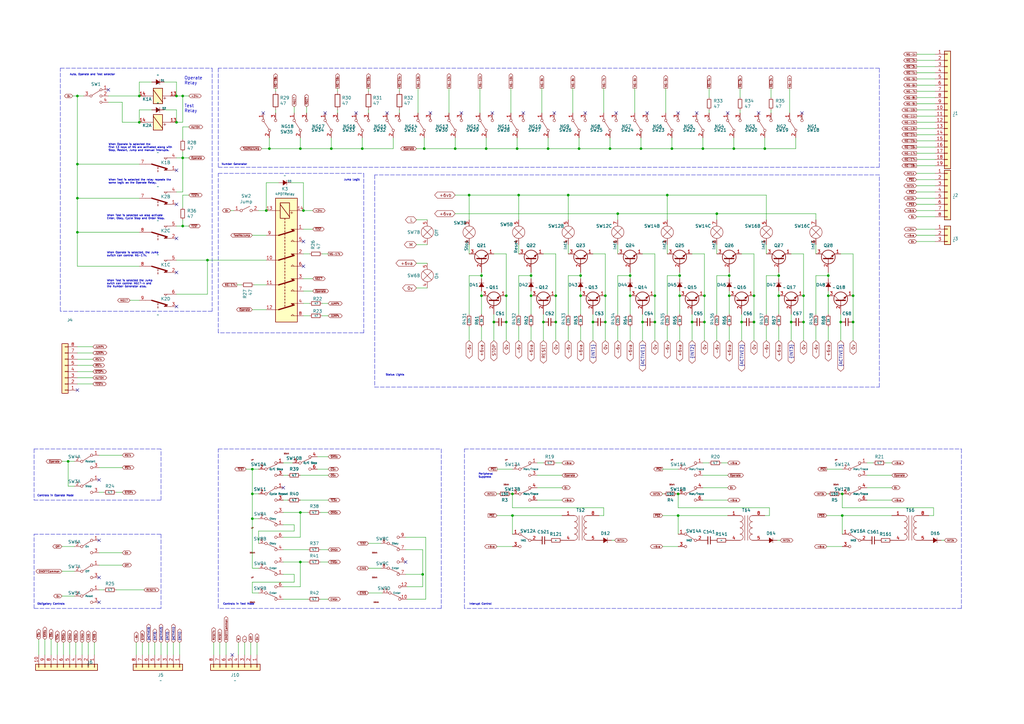
<source format=kicad_sch>
(kicad_sch (version 20211123) (generator eeschema)
  (paper "A3")
  (lib_symbols
    (symbol "Connector_Generic:Conn_01x03" (pin_names (offset 1.016) hide)
      (property "Reference" "J" (at 0 5.08 0))
      (property "Value" "Conn_01x03" (at 0 -5.08 0))
      (symbol "Conn_01x03_1_1"
        (pin passive line (at -5.08 2.54 0) (length 3.81) (name "Pin_1") (number "1"))
        (pin passive line (at -5.08 0 0) (length 3.81) (name "Pin_2") (number "2"))
        (pin passive line (at -5.08 -2.54 0) (length 3.81) (name "Pin_3") (number "3"))
      )
    )
    (symbol "Connector_Generic:Conn_01x08" (pin_names (offset 1.016) hide)
      (property "Reference" "J" (at 0 10.16 0))
      (property "Value" "Conn_01x08" (at 0 -12.7 0))
      (symbol "Conn_01x08_1_1"
        (pin passive line (at -5.08 7.62 0) (length 3.81) (name "Pin_1") (number "1"))
        (pin passive line (at -5.08 5.08 0) (length 3.81) (name "Pin_2") (number "2"))
        (pin passive line (at -5.08 2.54 0) (length 3.81) (name "Pin_3") (number "3"))
        (pin passive line (at -5.08 0 0) (length 3.81) (name "Pin_4") (number "4"))
        (pin passive line (at -5.08 -2.54 0) (length 3.81) (name "Pin_5") (number "5"))
        (pin passive line (at -5.08 -5.08 0) (length 3.81) (name "Pin_6") (number "6"))
        (pin passive line (at -5.08 -7.62 0) (length 3.81) (name "Pin_7") (number "7"))
        (pin passive line (at -5.08 -10.16 0) (length 3.81) (name "Pin_8") (number "8"))
      )
    )
    (symbol "Connector_Generic:Conn_01x10" (pin_names (offset 1.016) hide)
      (property "Reference" "J" (at 0 12.7 0))
      (property "Value" "Conn_01x10" (at 0 -15.24 0))
      (symbol "Conn_01x10_1_1"
        (pin passive line (at -5.08 10.16 0) (length 3.81) (name "Pin_1") (number "1"))
        (pin passive line (at -5.08 -12.7 0) (length 3.81) (name "Pin_10") (number "10"))
        (pin passive line (at -5.08 7.62 0) (length 3.81) (name "Pin_2") (number "2"))
        (pin passive line (at -5.08 5.08 0) (length 3.81) (name "Pin_3") (number "3"))
        (pin passive line (at -5.08 2.54 0) (length 3.81) (name "Pin_4") (number "4"))
        (pin passive line (at -5.08 0 0) (length 3.81) (name "Pin_5") (number "5"))
        (pin passive line (at -5.08 -2.54 0) (length 3.81) (name "Pin_6") (number "6"))
        (pin passive line (at -5.08 -5.08 0) (length 3.81) (name "Pin_7") (number "7"))
        (pin passive line (at -5.08 -7.62 0) (length 3.81) (name "Pin_8") (number "8"))
        (pin passive line (at -5.08 -10.16 0) (length 3.81) (name "Pin_9") (number "9"))
      )
    )
    (symbol "Connector_Generic:Conn_01x19" (pin_names (offset 1.016) hide)
      (property "Reference" "J" (at 0 25.4 0))
      (property "Value" "Conn_01x19" (at 0 -25.4 0))
      (symbol "Conn_01x19_1_1"
        (pin passive line (at -5.08 22.86 0) (length 3.81) (name "Pin_1") (number "1"))
        (pin passive line (at -5.08 0 0) (length 3.81) (name "Pin_10") (number "10"))
        (pin passive line (at -5.08 -2.54 0) (length 3.81) (name "Pin_11") (number "11"))
        (pin passive line (at -5.08 -5.08 0) (length 3.81) (name "Pin_12") (number "12"))
        (pin passive line (at -5.08 -7.62 0) (length 3.81) (name "Pin_13") (number "13"))
        (pin passive line (at -5.08 -10.16 0) (length 3.81) (name "Pin_14") (number "14"))
        (pin passive line (at -5.08 -12.7 0) (length 3.81) (name "Pin_15") (number "15"))
        (pin passive line (at -5.08 -15.24 0) (length 3.81) (name "Pin_16") (number "16"))
        (pin passive line (at -5.08 -17.78 0) (length 3.81) (name "Pin_17") (number "17"))
        (pin passive line (at -5.08 -20.32 0) (length 3.81) (name "Pin_18") (number "18"))
        (pin passive line (at -5.08 -22.86 0) (length 3.81) (name "Pin_19") (number "19"))
        (pin passive line (at -5.08 20.32 0) (length 3.81) (name "Pin_2") (number "2"))
        (pin passive line (at -5.08 17.78 0) (length 3.81) (name "Pin_3") (number "3"))
        (pin passive line (at -5.08 15.24 0) (length 3.81) (name "Pin_4") (number "4"))
        (pin passive line (at -5.08 12.7 0) (length 3.81) (name "Pin_5") (number "5"))
        (pin passive line (at -5.08 10.16 0) (length 3.81) (name "Pin_6") (number "6"))
        (pin passive line (at -5.08 7.62 0) (length 3.81) (name "Pin_7") (number "7"))
        (pin passive line (at -5.08 5.08 0) (length 3.81) (name "Pin_8") (number "8"))
        (pin passive line (at -5.08 2.54 0) (length 3.81) (name "Pin_9") (number "9"))
      )
    )
    (symbol "Control-Panel-rescue:4PDTRelay-LSA" (pin_names (offset 1.016))
      (property "Reference" "K" (at -8.89 3.81 0))
      (property "Value" "4PDTRelay-LSA" (at -8.89 -2.54 0))
      (symbol "4PDTRelay-LSA_1_1"
        (pin passive line (at -2.54 7.62 270) (length 2.54) (name "~") (number "1"))
        (pin passive line (at 10.16 -7.62 90) (length 2.54) (name "~") (number "10"))
        (pin passive line (at 20.32 -7.62 90) (length 2.54) (name "~") (number "11"))
        (pin passive line (at 30.48 -7.62 90) (length 2.54) (name "~") (number "12"))
        (pin passive line (at -10.16 -7.62 90) (length 2.54) (name "~") (number "13"))
        (pin passive line (at -10.16 7.62 270) (length 2.54) (name "~") (number "14"))
        (pin passive line (at 7.62 7.62 270) (length 2.54) (name "~") (number "2"))
        (pin passive line (at 17.78 7.62 270) (length 2.54) (name "~") (number "3"))
        (pin passive line (at 27.94 7.62 270) (length 2.54) (name "~") (number "4"))
        (pin passive line (at 2.54 7.62 270) (length 2.54) (name "~") (number "5"))
        (pin passive line (at 12.7 7.62 270) (length 2.54) (name "~") (number "6"))
        (pin passive line (at 22.86 7.62 270) (length 2.54) (name "~") (number "7"))
        (pin passive line (at 33.02 7.62 270) (length 2.54) (name "~") (number "8"))
        (pin passive line (at 0 -7.62 90) (length 2.54) (name "~") (number "9"))
      )
    )
    (symbol "Control-Panel-rescue:ControlPanelSelectors-LSA" (pin_names (offset 0) hide)
      (property "Reference" "SW" (at 0 4.318 0))
      (property "Value" "ControlPanelSelectors-LSA" (at 0 -5.08 0))
      (symbol "ControlPanelSelectors-LSA_1_0"
        (text "UP" (at -7.62 3.81 0) (effects (font (size 0.508 0.508))))
      )
      (symbol "ControlPanelSelectors-LSA_1_1"
        (pin passive line (at 5.08 2.54 180) (length 2.54) (name "~") (number "1"))
        (pin passive line (at -5.08 0 0) (length 2.54) (name "~") (number "2"))
        (pin passive line (at 5.08 -2.54 180) (length 2.54) (name "~") (number "3"))
      )
      (symbol "ControlPanelSelectors-LSA_2_1"
        (text "DOWN" (at -7.62 3.81 0) (effects (font (size 0.508 0.508))))
        (pin passive line (at 5.08 2.54 180) (length 2.54) (name "~") (number "4"))
        (pin passive line (at -5.08 0 0) (length 2.54) (name "B") (number "5"))
        (pin passive line (at 5.08 -2.54 180) (length 2.54) (name "~") (number "6"))
      )
      (symbol "ControlPanelSelectors-LSA_3_1"
        (text "DOWN" (at -7.62 3.81 0) (effects (font (size 0.508 0.508))))
        (pin passive line (at 5.08 2.54 180) (length 2.54) (name "~") (number "7"))
        (pin passive line (at -5.08 0 0) (length 2.54) (name "~") (number "8"))
        (pin passive line (at 5.08 -2.54 180) (length 2.54) (name "~") (number "9"))
      )
      (symbol "ControlPanelSelectors-LSA_4_1"
        (text "DOWN" (at -7.62 3.81 0) (effects (font (size 0.508 0.508))))
        (pin passive line (at 5.08 2.54 180) (length 2.54) (name "~") (number "10"))
        (pin passive line (at -5.08 0 0) (length 2.54) (name "~") (number "11"))
        (pin passive line (at 5.08 -2.54 180) (length 2.54) (name "~") (number "12"))
      )
    )
    (symbol "Control-Panel-rescue:D_Small_ALT-Device" (pin_numbers hide) (pin_names (offset 0.254) hide)
      (property "Reference" "D" (at -1.27 2.032 0))
      (property "Value" "D_Small_ALT-Device" (at -3.81 -2.032 0))
      (symbol "D_Small_ALT-Device_1_1"
        (pin passive line (at -2.54 0 0) (length 1.778) (name "K") (number "1"))
        (pin passive line (at 2.54 0 180) (length 1.778) (name "A") (number "2"))
      )
    )
    (symbol "Control-Panel-rescue:FRT5_separated-LSA" (pin_names (offset 1.016))
      (property "Reference" "K" (at 5.08 2.54 0))
      (property "Value" "FRT5_separated-LSA" (at 5.08 0 0))
      (symbol "FRT5_separated-LSA_1_1"
        (pin passive line (at 0 7.62 270) (length 2.54) (name "~") (number "13"))
        (pin passive line (at 0 -7.62 90) (length 2.54) (name "~") (number "14"))
      )
      (symbol "FRT5_separated-LSA_2_1"
        (pin passive line (at -2.54 7.62 270) (length 2.54) (name "~") (number "1"))
        (pin passive line (at 2.54 7.62 270) (length 2.54) (name "~") (number "4"))
        (pin passive line (at 0 -7.62 90) (length 2.54) (name "~") (number "7"))
      )
      (symbol "FRT5_separated-LSA_3_1"
        (pin passive line (at -2.54 7.62 270) (length 2.54) (name "~") (number "2"))
        (pin passive line (at 2.54 7.62 270) (length 2.54) (name "~") (number "5"))
        (pin passive line (at 0 -7.62 90) (length 2.54) (name "~") (number "8"))
      )
      (symbol "FRT5_separated-LSA_4_1"
        (pin passive line (at -2.54 7.62 270) (length 2.54) (name "~") (number "3"))
        (pin passive line (at 2.54 7.62 270) (length 2.54) (name "~") (number "6"))
        (pin passive line (at 0 -7.62 90) (length 2.54) (name "~") (number "9"))
      )
    )
    (symbol "Control-Panel-rescue:Q_NPN-LSA" (pin_names (offset 0) hide)
      (property "Reference" "Q" (at 5.08 1.27 0))
      (property "Value" "Q_NPN-LSA" (at 5.08 -1.27 0))
      (symbol "Q_NPN-LSA_1_1"
        (pin passive line (at 2.54 -5.08 90) (length 2.54) (name "E") (number "1"))
        (pin passive line (at -5.08 0 0) (length 5.715) (name "B") (number "2"))
        (pin passive line (at 2.54 5.08 270) (length 2.54) (name "C") (number "3"))
      )
    )
    (symbol "Control-Panel-rescue:SPDT_Illuminated-LSA" (pin_names (offset 0) hide)
      (property "Reference" "SW" (at 0 4.318 0))
      (property "Value" "SPDT_Illuminated-LSA" (at 0 -5.08 0))
      (symbol "SPDT_Illuminated-LSA_1_1"
        (pin passive line (at 5.08 2.54 180) (length 2.54) (name "A") (number "1"))
        (pin passive line (at -5.08 0 0) (length 2.54) (name "B") (number "2"))
        (pin passive line (at 5.08 -2.54 180) (length 2.54) (name "C") (number "3"))
      )
      (symbol "SPDT_Illuminated-LSA_2_1"
        (pin passive line (at 5.08 0 180) (length 2.54) (name "+") (number "4"))
        (pin passive line (at -5.08 0 0) (length 2.54) (name "-") (number "5"))
      )
    )
    (symbol "Control-Panel-rescue:SPDT_Illuminatedx2-LSA" (pin_names (offset 0) hide)
      (property "Reference" "SW" (at 0 4.318 0))
      (property "Value" "SPDT_Illuminatedx2-LSA" (at 0 -5.08 0))
      (symbol "SPDT_Illuminatedx2-LSA_1_1"
        (pin passive line (at 5.08 2.54 180) (length 2.54) (name "A") (number "1"))
        (pin passive line (at -5.08 0 0) (length 2.54) (name "B") (number "2"))
        (pin passive line (at 5.08 -2.54 180) (length 2.54) (name "C") (number "3"))
      )
      (symbol "SPDT_Illuminatedx2-LSA_2_1"
        (pin passive line (at 5.08 0 180) (length 2.54) (name "+") (number "4"))
        (pin passive line (at -5.08 0 0) (length 2.54) (name "-") (number "5"))
      )
      (symbol "SPDT_Illuminatedx2-LSA_3_1"
        (pin passive line (at 5.08 0 180) (length 2.54) (name "+") (number "6"))
        (pin passive line (at -5.08 0 0) (length 2.54) (name "-") (number "7"))
      )
    )
    (symbol "Device:C_Small" (pin_numbers hide) (pin_names (offset 0.254) hide)
      (property "Reference" "C" (at 0.254 1.778 0))
      (property "Value" "C_Small" (at 0.254 -2.032 0))
      (symbol "C_Small_1_1"
        (pin passive line (at 0 2.54 270) (length 2.032) (name "~") (number "1"))
        (pin passive line (at 0 -2.54 90) (length 2.032) (name "~") (number "2"))
      )
    )
    (symbol "Device:R" (pin_numbers hide) (pin_names (offset 0))
      (property "Reference" "R" (at 2.032 0 90))
      (property "Value" "R" (at 0 0 90))
      (symbol "R_1_1"
        (pin passive line (at 0 3.81 270) (length 1.27) (name "~") (number "1"))
        (pin passive line (at 0 -3.81 90) (length 1.27) (name "~") (number "2"))
      )
    )
    (symbol "Device:R_Small" (pin_numbers hide) (pin_names (offset 0.254) hide)
      (property "Reference" "R" (at 0.762 0.508 0))
      (property "Value" "R_Small" (at 0.762 -1.016 0))
      (symbol "R_Small_1_1"
        (pin passive line (at 0 2.54 270) (length 0.762) (name "~") (number "1"))
        (pin passive line (at 0 -2.54 90) (length 0.762) (name "~") (number "2"))
      )
    )
    (symbol "Device:Transformer_1P_1S_SO8" (pin_names (offset 1.016) hide)
      (property "Reference" "T" (at 0 6.35 0))
      (property "Value" "Transformer_1P_1S_SO8" (at 0 -7.62 0))
      (symbol "Transformer_1P_1S_SO8_1_1"
        (pin passive line (at -7.62 5.08 0) (length 5.08) (name "AA") (number "1"))
        (pin passive line (at -7.62 -5.08 0) (length 5.08) (name "AB") (number "4"))
        (pin passive line (at 7.62 -5.08 180) (length 5.08) (name "SA") (number "5"))
        (pin passive line (at 7.62 5.08 180) (length 5.08) (name "SB") (number "8"))
      )
    )
    (symbol "Switch:SW_SP3T" (pin_names (offset 0) hide)
      (property "Reference" "SW" (at 0 5.08 0))
      (property "Value" "SW_SP3T" (at 0 -5.08 0))
      (symbol "SW_SP3T_1_1"
        (pin passive line (at 5.08 2.54 180) (length 2.54) (name "1") (number "1"))
        (pin passive line (at 5.08 0 180) (length 2.54) (name "2") (number "2"))
        (pin passive line (at -5.08 0 0) (length 2.54) (name "3") (number "3"))
        (pin passive line (at 5.08 -2.54 180) (length 2.54) (name "4") (number "4"))
      )
    )
    (symbol "Switch:SW_SPDT" (pin_names (offset 0) hide)
      (property "Reference" "SW" (at 0 4.318 0))
      (property "Value" "SW_SPDT" (at 0 -5.08 0))
      (symbol "SW_SPDT_1_1"
        (pin passive line (at 5.08 2.54 180) (length 2.54) (name "A") (number "1"))
        (pin passive line (at -5.08 0 0) (length 2.54) (name "B") (number "2"))
        (pin passive line (at 5.08 -2.54 180) (length 2.54) (name "C") (number "3"))
      )
    )
    (symbol "Switch:SW_SPST" (pin_names (offset 0) hide)
      (property "Reference" "SW" (at 0 3.175 0))
      (property "Value" "SW_SPST" (at 0 -2.54 0))
      (symbol "SW_SPST_1_1"
        (pin passive line (at -5.08 0 0) (length 2.54) (name "A") (number "1"))
        (pin passive line (at 5.08 0 180) (length 2.54) (name "B") (number "2"))
      )
    )
  )
  (junction (at 233.045 80.01))
  (junction (at 31.75 67.31))
  (junction (at 329.565 132.08))
  (junction (at 319.405 121.285))
  (junction (at 227.965 132.08))
  (junction (at 278.765 121.285))
  (junction (at 329.565 121.285))
  (junction (at 288.29 60.96))
  (junction (at 72.39 39.37))
  (junction (at 309.245 121.285))
  (junction (at 275.59 60.96))
  (junction (at 345.44 202.565))
  (junction (at 238.125 121.285))
  (junction (at 57.15 50.165))
  (junction (at 263.525 132.08))
  (junction (at 304.165 132.08))
  (junction (at 110.49 60.96))
  (junction (at 217.805 113.03))
  (junction (at 197.485 113.03))
  (junction (at 212.09 60.96))
  (junction (at 57.15 39.37))
  (junction (at 72.39 50.165))
  (junction (at 268.605 132.08))
  (junction (at 339.725 113.03))
  (junction (at 294.005 87.63))
  (junction (at 339.725 121.285))
  (junction (at 74.93 92.71))
  (junction (at 135.89 60.96))
  (junction (at 227.965 121.285))
  (junction (at 258.445 121.285))
  (junction (at 202.565 132.08))
  (junction (at 207.645 121.285))
  (junction (at 173.355 235.585))
  (junction (at 243.205 132.08))
  (junction (at 27.94 189.23))
  (junction (at 253.365 87.63))
  (junction (at 299.085 113.03))
  (junction (at 103.505 192.405))
  (junction (at 207.645 132.08))
  (junction (at 344.805 132.08))
  (junction (at 349.885 121.285))
  (junction (at 212.725 80.01))
  (junction (at 74.93 39.37))
  (junction (at 258.445 113.03))
  (junction (at 288.925 132.08))
  (junction (at 123.19 60.96))
  (junction (at 199.39 60.96))
  (junction (at 103.505 202.565))
  (junction (at 319.405 113.03))
  (junction (at 74.93 64.77))
  (junction (at 300.99 60.96))
  (junction (at 273.685 80.01))
  (junction (at 124.46 86.36))
  (junction (at 31.75 81.28))
  (junction (at 299.085 121.285))
  (junction (at 85.09 106.68))
  (junction (at 248.285 121.285))
  (junction (at 31.75 39.37))
  (junction (at 278.13 211.455))
  (junction (at 109.22 86.36))
  (junction (at 288.925 121.285))
  (junction (at 217.805 121.285))
  (junction (at 173.99 60.96))
  (junction (at 268.605 121.285))
  (junction (at 31.75 95.25))
  (junction (at 313.69 60.96))
  (junction (at 309.245 132.08))
  (junction (at 192.405 80.01))
  (junction (at 238.125 113.03))
  (junction (at 123.19 230.505))
  (junction (at 283.845 132.08))
  (junction (at 345.44 211.455))
  (junction (at 186.69 60.96))
  (junction (at 349.885 132.08))
  (junction (at 278.13 202.565))
  (junction (at 250.19 60.96))
  (junction (at 210.185 211.455))
  (junction (at 222.885 132.08))
  (junction (at 224.79 60.96))
  (junction (at 148.59 60.96))
  (junction (at 123.19 210.185))
  (junction (at 324.485 132.08))
  (junction (at 197.485 121.285))
  (junction (at 237.49 60.96))
  (junction (at 210.185 202.565))
  (junction (at 278.765 113.03))
  (junction (at 248.285 132.08))
  (junction (at 262.89 60.96))
  (junction (at 103.505 212.725))
  (no_connect (at 72.39 111.76))
  (no_connect (at 95.25 268.605))
  (no_connect (at 252.73 46.355))
  (no_connect (at 201.93 46.355))
  (no_connect (at 240.03 46.355))
  (no_connect (at 40.64 236.855))
  (no_connect (at 285.75 46.355))
  (no_connect (at 72.39 69.85))
  (no_connect (at 227.33 46.355))
  (no_connect (at 158.75 46.355))
  (no_connect (at 40.64 221.615))
  (no_connect (at 40.64 196.85))
  (no_connect (at 133.35 46.355))
  (no_connect (at 72.39 83.82))
  (no_connect (at 44.45 36.83))
  (no_connect (at 124.46 99.06))
  (no_connect (at 328.93 46.355))
  (no_connect (at 31.75 160.02))
  (no_connect (at 107.95 46.355))
  (no_connect (at 124.46 109.22))
  (no_connect (at 311.15 46.355))
  (no_connect (at 298.45 46.355))
  (no_connect (at 72.39 125.73))
  (no_connect (at 214.63 46.355))
  (no_connect (at 189.23 46.355))
  (no_connect (at 40.64 247.015))
  (no_connect (at 278.13 46.355))
  (no_connect (at 72.39 97.79))
  (no_connect (at 116.205 200.025))
  (no_connect (at 176.53 46.355))
  (no_connect (at 265.43 46.355))
  (no_connect (at 166.37 230.505))
  (no_connect (at 146.05 46.355))
  (wire (pts (xy 258.445 119.38) (xy 258.445 121.285)))
  (wire (pts (xy 288.925 104.14) (xy 288.925 121.285)))
  (wire (pts (xy 227.965 139.7) (xy 227.965 132.08)))
  (wire (pts (xy 116.205 220.345) (xy 123.19 220.345)))
  (wire (pts (xy 253.365 87.63) (xy 294.005 87.63)))
  (wire (pts (xy 113.03 37.465) (xy 113.03 36.195)))
  (wire (pts (xy 68.58 263.525) (xy 68.58 268.605)))
  (wire (pts (xy 25.4 244.475) (xy 30.48 244.475)))
  (wire (pts (xy 288.925 132.08) (xy 288.925 121.285)))
  (wire (pts (xy 210.185 202.565) (xy 210.185 208.28)))
  (wire (pts (xy 283.845 132.08) (xy 283.845 128.905)))
  (wire (pts (xy 290.83 36.195) (xy 290.83 40.005)))
  (polyline (pts (xy 89.535 68.58) (xy 360.68 68.58)))
  (wire (pts (xy 114.3 74.93) (xy 109.22 74.93)))
  (wire (pts (xy 303.53 45.085) (xy 303.53 46.355)))
  (wire (pts (xy 324.485 104.14) (xy 329.565 104.14)))
  (wire (pts (xy 23.495 263.525) (xy 23.495 268.605)))
  (wire (pts (xy 173.355 235.585) (xy 166.37 235.585)))
  (polyline (pts (xy 24.765 127.635) (xy 24.765 27.94)))
  (wire (pts (xy 375.92 67.945) (xy 383.54 67.945)))
  (wire (pts (xy 116.205 240.665) (xy 123.19 240.665)))
  (wire (pts (xy 72.39 106.68) (xy 85.09 106.68)))
  (wire (pts (xy 103.505 212.725) (xy 103.505 202.565)))
  (wire (pts (xy 120.65 235.585) (xy 120.65 238.76)))
  (wire (pts (xy 268.605 132.08) (xy 268.605 121.285)))
  (wire (pts (xy 103.505 192.405) (xy 106.045 192.405)))
  (wire (pts (xy 72.39 45.085) (xy 72.39 50.165)))
  (wire (pts (xy 151.13 243.205) (xy 156.845 243.205)))
  (wire (pts (xy 27.94 199.39) (xy 27.94 189.23)))
  (wire (pts (xy 120.65 43.815) (xy 120.65 46.355)))
  (wire (pts (xy 375.92 45.085) (xy 383.54 45.085)))
  (wire (pts (xy 355.6 205.105) (xy 365.76 205.105)))
  (wire (pts (xy 334.645 128.905) (xy 334.645 113.03)))
  (wire (pts (xy 326.39 60.96) (xy 313.69 60.96)))
  (wire (pts (xy 28.575 263.525) (xy 28.575 268.605)))
  (wire (pts (xy 196.85 36.195) (xy 196.85 46.355)))
  (wire (pts (xy 123.19 220.345) (xy 123.19 210.185)))
  (wire (pts (xy 212.725 133.985) (xy 212.725 139.7)))
  (polyline (pts (xy 360.68 158.75) (xy 360.68 71.755)))
  (wire (pts (xy 253.365 133.985) (xy 253.365 139.7)))
  (wire (pts (xy 253.365 100.33) (xy 253.365 104.14)))
  (polyline (pts (xy 360.68 27.94) (xy 89.535 27.94)))
  (wire (pts (xy 109.22 74.93) (xy 109.22 86.36)))
  (wire (pts (xy 25.4 234.315) (xy 30.48 234.315)))
  (wire (pts (xy 300.99 56.515) (xy 300.99 60.96)))
  (polyline (pts (xy 394.335 184.15) (xy 394.335 249.555)))
  (wire (pts (xy 238.125 139.7) (xy 238.125 133.985)))
  (wire (pts (xy 234.95 36.195) (xy 234.95 46.355)))
  (wire (pts (xy 365.76 200.025) (xy 355.6 200.025)))
  (wire (pts (xy 134.62 225.425) (xy 131.445 225.425)))
  (wire (pts (xy 173.355 240.665) (xy 167.005 240.665)))
  (wire (pts (xy 277.495 202.565) (xy 278.13 202.565)))
  (wire (pts (xy 387.35 221.615) (xy 386.08 221.615)))
  (wire (pts (xy 382.905 208.28) (xy 382.905 211.455)))
  (wire (pts (xy 132.08 124.46) (xy 134.62 124.46)))
  (wire (pts (xy 127 104.14) (xy 124.46 104.14)))
  (wire (pts (xy 248.285 132.08) (xy 248.285 121.285)))
  (wire (pts (xy 230.505 211.455) (xy 210.185 211.455)))
  (wire (pts (xy 74.93 50.165) (xy 74.93 39.37)))
  (wire (pts (xy 278.13 208.28) (xy 315.595 208.28)))
  (polyline (pts (xy 180.975 184.15) (xy 180.975 249.555)))
  (wire (pts (xy 290.83 189.865) (xy 288.29 189.865)))
  (wire (pts (xy 74.93 78.74) (xy 74.93 64.77)))
  (wire (pts (xy 323.85 36.195) (xy 323.85 46.355)))
  (wire (pts (xy 339.725 119.38) (xy 339.725 121.285)))
  (wire (pts (xy 309.245 132.08) (xy 309.245 121.285)))
  (wire (pts (xy 72.39 39.37) (xy 74.93 39.37)))
  (wire (pts (xy 247.65 211.455) (xy 245.745 211.455)))
  (wire (pts (xy 345.44 202.565) (xy 345.44 208.28)))
  (wire (pts (xy 375.92 37.465) (xy 383.54 37.465)))
  (wire (pts (xy 57.15 109.22) (xy 31.75 109.22)))
  (wire (pts (xy 151.13 233.045) (xy 156.21 233.045)))
  (wire (pts (xy 227.965 104.14) (xy 227.965 121.285)))
  (wire (pts (xy 271.78 211.455) (xy 278.13 211.455)))
  (wire (pts (xy 358.14 189.865) (xy 355.6 189.865)))
  (wire (pts (xy 40.64 186.69) (xy 50.165 186.69)))
  (wire (pts (xy 247.65 208.28) (xy 247.65 211.455)))
  (wire (pts (xy 253.365 113.03) (xy 258.445 113.03)))
  (wire (pts (xy 375.92 71.12) (xy 383.54 71.12)))
  (wire (pts (xy 273.685 128.905) (xy 273.685 113.03)))
  (wire (pts (xy 383.54 57.785) (xy 375.92 57.785)))
  (wire (pts (xy 186.69 60.96) (xy 173.99 60.96)))
  (wire (pts (xy 31.75 95.25) (xy 31.75 81.28)))
  (wire (pts (xy 375.92 76.2) (xy 383.54 76.2)))
  (wire (pts (xy 375.92 32.385) (xy 383.54 32.385)))
  (wire (pts (xy 77.47 64.77) (xy 74.93 64.77)))
  (wire (pts (xy 103.505 127) (xy 109.22 127)))
  (wire (pts (xy 375.92 40.005) (xy 383.54 40.005)))
  (wire (pts (xy 258.445 139.7) (xy 258.445 133.985)))
  (wire (pts (xy 294.005 87.63) (xy 334.645 87.63)))
  (wire (pts (xy 184.15 36.195) (xy 184.15 46.355)))
  (polyline (pts (xy 360.68 71.755) (xy 153.67 71.755)))
  (wire (pts (xy 329.565 104.14) (xy 329.565 121.285)))
  (polyline (pts (xy 190.5 249.555) (xy 190.5 184.15)))
  (wire (pts (xy 116.205 210.185) (xy 123.19 210.185)))
  (wire (pts (xy 383.54 83.82) (xy 375.92 83.82)))
  (wire (pts (xy 224.79 60.96) (xy 212.09 60.96)))
  (wire (pts (xy 123.19 205.105) (xy 134.62 205.105)))
  (polyline (pts (xy 86.995 27.94) (xy 86.995 127.635)))
  (wire (pts (xy 375.92 55.245) (xy 383.54 55.245)))
  (wire (pts (xy 174.625 220.345) (xy 174.625 245.745)))
  (wire (pts (xy 100.33 268.605) (xy 100.33 263.525)))
  (wire (pts (xy 212.09 56.515) (xy 212.09 60.96)))
  (wire (pts (xy 339.725 113.03) (xy 339.725 114.3)))
  (wire (pts (xy 20.955 268.605) (xy 20.955 262.255)))
  (wire (pts (xy 339.09 211.455) (xy 345.44 211.455)))
  (wire (pts (xy 319.405 113.03) (xy 319.405 114.3)))
  (wire (pts (xy 258.445 121.285) (xy 258.445 128.905)))
  (wire (pts (xy 212.725 113.03) (xy 217.805 113.03)))
  (wire (pts (xy 212.725 80.01) (xy 233.045 80.01)))
  (wire (pts (xy 107.315 60.96) (xy 110.49 60.96)))
  (wire (pts (xy 222.885 189.865) (xy 220.345 189.865)))
  (polyline (pts (xy 89.535 27.94) (xy 89.535 68.58)))
  (polyline (pts (xy 66.04 219.075) (xy 66.04 249.555)))
  (wire (pts (xy 175.26 90.17) (xy 170.815 90.17)))
  (wire (pts (xy 329.565 139.7) (xy 329.565 132.08)))
  (wire (pts (xy 383.54 24.765) (xy 375.92 24.765)))
  (wire (pts (xy 50.165 50.165) (xy 57.15 50.165)))
  (wire (pts (xy 273.685 133.985) (xy 273.685 139.7)))
  (wire (pts (xy 271.78 192.405) (xy 278.13 192.405)))
  (wire (pts (xy 124.46 124.46) (xy 127 124.46)))
  (wire (pts (xy 197.485 111.76) (xy 197.485 113.03)))
  (wire (pts (xy 106.045 202.565) (xy 103.505 202.565)))
  (wire (pts (xy 57.15 95.25) (xy 31.75 95.25)))
  (wire (pts (xy 135.89 56.515) (xy 135.89 60.96)))
  (wire (pts (xy 212.725 90.17) (xy 212.725 80.01)))
  (wire (pts (xy 238.125 113.03) (xy 238.125 114.3)))
  (wire (pts (xy 314.325 133.985) (xy 314.325 139.7)))
  (wire (pts (xy 278.765 113.03) (xy 278.765 114.3)))
  (wire (pts (xy 60.96 263.525) (xy 60.96 268.605)))
  (wire (pts (xy 278.13 202.565) (xy 278.13 208.28)))
  (wire (pts (xy 383.54 42.545) (xy 375.92 42.545)))
  (wire (pts (xy 74.93 39.37) (xy 77.47 39.37)))
  (wire (pts (xy 134.62 192.405) (xy 130.175 192.405)))
  (wire (pts (xy 103.505 96.52) (xy 109.22 96.52)))
  (wire (pts (xy 294.005 113.03) (xy 299.085 113.03)))
  (polyline (pts (xy 13.97 184.15) (xy 13.97 205.105)))
  (wire (pts (xy 40.64 201.93) (xy 42.545 201.93)))
  (wire (pts (xy 100.965 192.405) (xy 103.505 192.405)))
  (polyline (pts (xy 149.225 136.525) (xy 89.535 136.525)))
  (wire (pts (xy 247.65 36.195) (xy 247.65 46.355)))
  (wire (pts (xy 243.205 139.7) (xy 243.205 132.08)))
  (wire (pts (xy 103.505 233.045) (xy 103.505 212.725)))
  (wire (pts (xy 15.875 262.255) (xy 15.875 268.605)))
  (wire (pts (xy 278.765 139.7) (xy 278.765 133.985)))
  (wire (pts (xy 50.165 231.775) (xy 40.64 231.775)))
  (wire (pts (xy 278.765 121.285) (xy 278.765 128.905)))
  (wire (pts (xy 124.46 86.36) (xy 128.27 86.36)))
  (wire (pts (xy 74.93 62.23) (xy 74.93 64.77)))
  (wire (pts (xy 85.09 120.65) (xy 85.09 106.68)))
  (wire (pts (xy 283.845 104.14) (xy 288.925 104.14)))
  (wire (pts (xy 197.485 119.38) (xy 197.485 121.285)))
  (polyline (pts (xy 86.995 127.635) (xy 24.765 127.635)))
  (polyline (pts (xy 153.67 158.75) (xy 360.68 158.75)))
  (wire (pts (xy 125.73 43.815) (xy 125.73 46.355)))
  (wire (pts (xy 50.165 50.165) (xy 50.165 41.91)))
  (wire (pts (xy 365.76 194.945) (xy 355.6 194.945)))
  (wire (pts (xy 151.13 46.355) (xy 151.13 45.085)))
  (wire (pts (xy 263.525 139.7) (xy 263.525 132.08)))
  (wire (pts (xy 382.905 211.455) (xy 381 211.455)))
  (wire (pts (xy 31.75 39.37) (xy 34.29 39.37)))
  (wire (pts (xy 173.355 235.585) (xy 173.355 240.665)))
  (wire (pts (xy 248.285 104.14) (xy 248.285 121.285)))
  (wire (pts (xy 131.445 210.185) (xy 134.62 210.185)))
  (wire (pts (xy 151.13 222.885) (xy 156.21 222.885)))
  (wire (pts (xy 116.205 235.585) (xy 120.65 235.585)))
  (wire (pts (xy 127 129.54) (xy 124.46 129.54)))
  (wire (pts (xy 171.45 36.195) (xy 171.45 46.355)))
  (wire (pts (xy 138.43 36.195) (xy 138.43 37.465)))
  (wire (pts (xy 222.885 132.08) (xy 222.885 128.905)))
  (wire (pts (xy 33.655 263.525) (xy 33.655 268.605)))
  (wire (pts (xy 329.565 132.08) (xy 329.565 121.285)))
  (wire (pts (xy 375.92 99.06) (xy 383.54 99.06)))
  (wire (pts (xy 57.15 67.31) (xy 31.75 67.31)))
  (wire (pts (xy 197.485 139.7) (xy 197.485 133.985)))
  (wire (pts (xy 66.04 263.525) (xy 66.04 268.605)))
  (wire (pts (xy 72.39 50.165) (xy 74.93 50.165)))
  (wire (pts (xy 309.245 139.7) (xy 309.245 132.08)))
  (wire (pts (xy 27.94 189.23) (xy 30.48 189.23)))
  (wire (pts (xy 375.92 47.625) (xy 383.54 47.625)))
  (wire (pts (xy 222.25 46.355) (xy 222.25 36.195)))
  (wire (pts (xy 106.045 212.725) (xy 103.505 212.725)))
  (wire (pts (xy 31.75 67.31) (xy 31.75 81.28)))
  (wire (pts (xy 339.725 202.565) (xy 339.09 202.565)))
  (wire (pts (xy 375.92 81.28) (xy 383.54 81.28)))
  (wire (pts (xy 278.13 211.455) (xy 278.13 219.075)))
  (wire (pts (xy 209.55 36.195) (xy 209.55 46.355)))
  (polyline (pts (xy 24.765 27.94) (xy 86.995 27.94)))
  (wire (pts (xy 197.485 121.285) (xy 197.485 128.905)))
  (wire (pts (xy 72.39 78.74) (xy 74.93 78.74)))
  (wire (pts (xy 334.645 113.03) (xy 339.725 113.03)))
  (wire (pts (xy 36.195 263.525) (xy 36.195 268.605)))
  (wire (pts (xy 97.155 116.84) (xy 99.06 116.84)))
  (wire (pts (xy 192.405 128.905) (xy 192.405 113.03)))
  (wire (pts (xy 283.845 139.7) (xy 283.845 132.08)))
  (wire (pts (xy 365.76 189.865) (xy 363.22 189.865)))
  (polyline (pts (xy 89.535 184.15) (xy 180.975 184.15)))
  (wire (pts (xy 212.09 60.96) (xy 199.39 60.96)))
  (wire (pts (xy 106.045 233.045) (xy 103.505 233.045)))
  (polyline (pts (xy 13.97 184.15) (xy 66.04 184.15)))
  (wire (pts (xy 299.085 113.03) (xy 299.085 114.3)))
  (wire (pts (xy 233.045 80.01) (xy 273.685 80.01)))
  (wire (pts (xy 217.805 111.76) (xy 217.805 113.03)))
  (wire (pts (xy 290.83 45.085) (xy 290.83 46.355)))
  (polyline (pts (xy 89.535 249.555) (xy 89.535 184.15)))
  (wire (pts (xy 166.37 220.345) (xy 174.625 220.345)))
  (wire (pts (xy 230.505 194.945) (xy 220.345 194.945)))
  (wire (pts (xy 273.685 80.01) (xy 314.325 80.01)))
  (wire (pts (xy 74.93 52.07) (xy 77.47 52.07)))
  (wire (pts (xy 94.615 86.36) (xy 95.885 86.36)))
  (wire (pts (xy 199.39 60.96) (xy 186.69 60.96)))
  (wire (pts (xy 299.085 139.7) (xy 299.085 133.985)))
  (wire (pts (xy 106.045 86.36) (xy 109.22 86.36)))
  (wire (pts (xy 324.485 132.08) (xy 324.485 128.905)))
  (wire (pts (xy 314.325 90.17) (xy 314.325 80.01)))
  (wire (pts (xy 230.505 189.865) (xy 227.965 189.865)))
  (wire (pts (xy 217.805 119.38) (xy 217.805 121.285)))
  (wire (pts (xy 103.505 243.205) (xy 106.045 243.205)))
  (wire (pts (xy 334.645 133.985) (xy 334.645 139.7)))
  (wire (pts (xy 233.045 100.33) (xy 233.045 104.14)))
  (wire (pts (xy 123.19 210.185) (xy 126.365 210.185)))
  (wire (pts (xy 309.245 104.14) (xy 309.245 121.285)))
  (wire (pts (xy 253.365 90.17) (xy 253.365 87.63)))
  (wire (pts (xy 319.405 119.38) (xy 319.405 121.285)))
  (wire (pts (xy 349.885 139.7) (xy 349.885 132.08)))
  (wire (pts (xy 31.75 109.22) (xy 31.75 95.25)))
  (wire (pts (xy 258.445 113.03) (xy 258.445 114.3)))
  (wire (pts (xy 207.645 132.08) (xy 207.645 121.285)))
  (wire (pts (xy 233.045 133.985) (xy 233.045 139.7)))
  (wire (pts (xy 170.815 60.96) (xy 173.99 60.96)))
  (wire (pts (xy 31.75 39.37) (xy 31.75 67.31)))
  (wire (pts (xy 134.62 104.14) (xy 132.08 104.14)))
  (wire (pts (xy 148.59 56.515) (xy 148.59 60.96)))
  (wire (pts (xy 38.1 154.94) (xy 31.75 154.94)))
  (wire (pts (xy 243.205 104.14) (xy 248.285 104.14)))
  (wire (pts (xy 131.445 230.505) (xy 134.62 230.505)))
  (wire (pts (xy 339.725 111.76) (xy 339.725 113.03)))
  (wire (pts (xy 324.485 139.7) (xy 324.485 132.08)))
  (wire (pts (xy 59.055 241.935) (xy 47.625 241.935)))
  (polyline (pts (xy 180.975 249.555) (xy 89.535 249.555)))
  (wire (pts (xy 31.75 81.28) (xy 57.15 81.28)))
  (wire (pts (xy 71.12 263.525) (xy 71.12 268.605)))
  (wire (pts (xy 210.185 211.455) (xy 210.185 219.075)))
  (wire (pts (xy 103.505 202.565) (xy 103.505 192.405)))
  (wire (pts (xy 238.125 119.38) (xy 238.125 121.285)))
  (wire (pts (xy 383.54 52.705) (xy 375.92 52.705)))
  (wire (pts (xy 314.325 128.905) (xy 314.325 113.03)))
  (polyline (pts (xy 13.97 205.105) (xy 66.04 205.105)))
  (wire (pts (xy 175.26 107.95) (xy 170.815 107.95)))
  (wire (pts (xy 113.03 46.355) (xy 113.03 45.085)))
  (wire (pts (xy 134.62 194.945) (xy 123.19 194.945)))
  (wire (pts (xy 128.27 93.98) (xy 124.46 93.98)))
  (wire (pts (xy 186.69 56.515) (xy 186.69 60.96)))
  (wire (pts (xy 383.54 29.845) (xy 375.92 29.845)))
  (wire (pts (xy 128.27 114.3) (xy 124.46 114.3)))
  (wire (pts (xy 298.45 200.025) (xy 288.29 200.025)))
  (wire (pts (xy 272.415 202.565) (xy 271.78 202.565)))
  (wire (pts (xy 50.165 41.91) (xy 44.45 41.91)))
  (wire (pts (xy 273.05 46.355) (xy 273.05 36.195)))
  (wire (pts (xy 53.34 123.19) (xy 57.15 123.19)))
  (wire (pts (xy 199.39 56.515) (xy 199.39 60.96)))
  (polyline (pts (xy 66.04 205.105) (xy 66.04 184.15)))
  (wire (pts (xy 316.23 45.085) (xy 316.23 46.355)))
  (wire (pts (xy 298.45 211.455) (xy 278.13 211.455)))
  (wire (pts (xy 303.53 36.195) (xy 303.53 40.005)))
  (wire (pts (xy 275.59 56.515) (xy 275.59 60.96)))
  (wire (pts (xy 207.645 139.7) (xy 207.645 132.08)))
  (wire (pts (xy 345.44 211.455) (xy 345.44 219.075)))
  (wire (pts (xy 262.89 56.515) (xy 262.89 60.96)))
  (wire (pts (xy 273.685 90.17) (xy 273.685 80.01)))
  (wire (pts (xy 250.19 56.515) (xy 250.19 60.96)))
  (wire (pts (xy 50.165 201.93) (xy 47.625 201.93)))
  (wire (pts (xy 72.39 33.655) (xy 72.39 39.37)))
  (wire (pts (xy 375.92 50.165) (xy 383.54 50.165)))
  (wire (pts (xy 210.185 208.28) (xy 247.65 208.28)))
  (wire (pts (xy 233.045 128.905) (xy 233.045 113.03)))
  (wire (pts (xy 273.685 113.03) (xy 278.765 113.03)))
  (wire (pts (xy 118.11 205.105) (xy 116.205 205.105)))
  (wire (pts (xy 298.45 194.945) (xy 288.29 194.945)))
  (wire (pts (xy 375.92 22.225) (xy 383.54 22.225)))
  (wire (pts (xy 120.65 217.805) (xy 106.045 217.805)))
  (wire (pts (xy 300.99 60.96) (xy 288.29 60.96)))
  (wire (pts (xy 334.645 100.33) (xy 334.645 104.14)))
  (polyline (pts (xy 190.5 184.15) (xy 394.335 184.15)))
  (wire (pts (xy 212.725 128.905) (xy 212.725 113.03)))
  (wire (pts (xy 74.93 80.01) (xy 74.93 85.09)))
  (wire (pts (xy 166.37 225.425) (xy 173.355 225.425)))
  (wire (pts (xy 319.405 139.7) (xy 319.405 133.985)))
  (wire (pts (xy 40.64 191.77) (xy 50.165 191.77)))
  (wire (pts (xy 260.35 46.355) (xy 260.35 36.195)))
  (wire (pts (xy 163.83 45.085) (xy 163.83 46.355)))
  (wire (pts (xy 104.14 116.84) (xy 109.22 116.84)))
  (wire (pts (xy 202.565 104.14) (xy 207.645 104.14)))
  (wire (pts (xy 123.19 240.665) (xy 123.19 230.505)))
  (wire (pts (xy 202.565 132.08) (xy 202.565 128.905)))
  (wire (pts (xy 102.87 263.525) (xy 102.87 268.605)))
  (polyline (pts (xy 13.97 219.075) (xy 66.04 219.075)))
  (polyline (pts (xy 394.335 249.555) (xy 190.5 249.555)))
  (wire (pts (xy 315.595 211.455) (xy 313.69 211.455)))
  (wire (pts (xy 375.92 88.9) (xy 383.54 88.9)))
  (wire (pts (xy 50.165 226.695) (xy 40.64 226.695)))
  (wire (pts (xy 124.46 74.93) (xy 124.46 86.36)))
  (wire (pts (xy 344.805 139.7) (xy 344.805 132.08)))
  (wire (pts (xy 72.39 92.71) (xy 74.93 92.71)))
  (wire (pts (xy 134.62 129.54) (xy 132.08 129.54)))
  (wire (pts (xy 339.09 224.155) (xy 345.44 224.155)))
  (wire (pts (xy 304.165 132.08) (xy 304.165 128.905)))
  (wire (pts (xy 118.11 194.945) (xy 116.205 194.945)))
  (wire (pts (xy 275.59 60.96) (xy 262.89 60.96)))
  (wire (pts (xy 44.45 39.37) (xy 57.15 39.37)))
  (wire (pts (xy 120.015 189.865) (xy 116.205 189.865)))
  (wire (pts (xy 299.085 111.76) (xy 299.085 113.03)))
  (wire (pts (xy 344.805 202.565) (xy 345.44 202.565)))
  (wire (pts (xy 299.085 119.38) (xy 299.085 121.285)))
  (wire (pts (xy 123.19 230.505) (xy 126.365 230.505)))
  (wire (pts (xy 105.41 263.525) (xy 105.41 268.605)))
  (wire (pts (xy 375.92 93.98) (xy 383.54 93.98)))
  (wire (pts (xy 123.19 60.96) (xy 123.19 56.515)))
  (wire (pts (xy 85.09 106.68) (xy 109.22 106.68)))
  (wire (pts (xy 212.725 100.33) (xy 212.725 104.14)))
  (wire (pts (xy 207.645 104.14) (xy 207.645 121.285)))
  (wire (pts (xy 134.62 245.745) (xy 131.445 245.745)))
  (wire (pts (xy 313.69 60.96) (xy 300.99 60.96)))
  (wire (pts (xy 57.15 33.655) (xy 57.15 39.37)))
  (wire (pts (xy 192.405 113.03) (xy 197.485 113.03)))
  (wire (pts (xy 319.405 111.76) (xy 319.405 113.03)))
  (wire (pts (xy 170.815 118.11) (xy 175.26 118.11)))
  (wire (pts (xy 170.815 100.33) (xy 175.26 100.33)))
  (wire (pts (xy 233.045 90.17) (xy 233.045 80.01)))
  (wire (pts (xy 204.47 202.565) (xy 203.835 202.565)))
  (wire (pts (xy 263.525 104.14) (xy 268.605 104.14)))
  (wire (pts (xy 62.23 45.085) (xy 57.15 45.085)))
  (wire (pts (xy 344.805 104.14) (xy 349.885 104.14)))
  (wire (pts (xy 74.93 90.17) (xy 74.93 92.71)))
  (wire (pts (xy 294.005 133.985) (xy 294.005 139.7)))
  (wire (pts (xy 258.445 111.76) (xy 258.445 113.03)))
  (wire (pts (xy 222.885 139.7) (xy 222.885 132.08)))
  (wire (pts (xy 138.43 45.085) (xy 138.43 46.355)))
  (wire (pts (xy 304.165 104.14) (xy 309.245 104.14)))
  (polyline (pts (xy 360.68 68.58) (xy 360.68 27.94)))
  (wire (pts (xy 233.045 113.03) (xy 238.125 113.03)))
  (wire (pts (xy 103.505 238.76) (xy 103.505 243.205)))
  (wire (pts (xy 106.045 217.805) (xy 106.045 222.885)))
  (wire (pts (xy 271.78 224.155) (xy 278.13 224.155)))
  (wire (pts (xy 237.49 56.515) (xy 237.49 60.96)))
  (wire (pts (xy 116.205 245.745) (xy 126.365 245.745)))
  (wire (pts (xy 110.49 56.515) (xy 110.49 60.96)))
  (wire (pts (xy 217.805 113.03) (xy 217.805 114.3)))
  (wire (pts (xy 250.19 60.96) (xy 237.49 60.96)))
  (wire (pts (xy 339.725 139.7) (xy 339.725 133.985)))
  (wire (pts (xy 63.5 268.605) (xy 63.5 263.525)))
  (wire (pts (xy 237.49 60.96) (xy 224.79 60.96)))
  (wire (pts (xy 72.39 120.65) (xy 85.09 120.65)))
  (wire (pts (xy 74.93 64.77) (xy 72.39 64.77)))
  (wire (pts (xy 294.005 90.17) (xy 294.005 87.63)))
  (wire (pts (xy 238.125 111.76) (xy 238.125 113.03)))
  (wire (pts (xy 222.885 104.14) (xy 227.965 104.14)))
  (wire (pts (xy 220.345 205.105) (xy 230.505 205.105)))
  (wire (pts (xy 203.835 192.405) (xy 210.185 192.405)))
  (wire (pts (xy 253.365 128.905) (xy 253.365 113.03)))
  (wire (pts (xy 383.54 73.66) (xy 375.92 73.66)))
  (wire (pts (xy 344.805 132.08) (xy 344.805 128.905)))
  (wire (pts (xy 77.47 80.01) (xy 74.93 80.01)))
  (wire (pts (xy 203.835 211.455) (xy 210.185 211.455)))
  (wire (pts (xy 203.835 224.155) (xy 210.185 224.155)))
  (wire (pts (xy 74.93 92.71) (xy 77.47 92.71)))
  (wire (pts (xy 217.805 139.7) (xy 217.805 133.985)))
  (wire (pts (xy 148.59 60.96) (xy 135.89 60.96)))
  (wire (pts (xy 298.45 189.865) (xy 295.91 189.865)))
  (wire (pts (xy 268.605 139.7) (xy 268.605 132.08)))
  (wire (pts (xy 288.29 205.105) (xy 298.45 205.105)))
  (wire (pts (xy 31.75 147.32) (xy 38.1 147.32)))
  (wire (pts (xy 375.92 86.36) (xy 383.54 86.36)))
  (wire (pts (xy 151.13 37.465) (xy 151.13 36.195)))
  (wire (pts (xy 375.92 60.325) (xy 383.54 60.325)))
  (wire (pts (xy 120.65 215.265) (xy 120.65 217.805)))
  (wire (pts (xy 349.885 104.14) (xy 349.885 121.285)))
  (polyline (pts (xy 149.225 71.12) (xy 149.225 136.525)))
  (wire (pts (xy 314.325 100.33) (xy 314.325 104.14)))
  (wire (pts (xy 315.595 208.28) (xy 315.595 211.455)))
  (wire (pts (xy 120.65 238.76) (xy 103.505 238.76)))
  (wire (pts (xy 339.725 121.285) (xy 339.725 128.905)))
  (wire (pts (xy 334.645 87.63) (xy 334.645 90.17)))
  (wire (pts (xy 18.415 262.255) (xy 18.415 268.605)))
  (wire (pts (xy 161.29 56.515) (xy 161.29 60.96)))
  (wire (pts (xy 97.79 263.525) (xy 97.79 268.605)))
  (wire (pts (xy 110.49 60.96) (xy 123.19 60.96)))
  (wire (pts (xy 268.605 104.14) (xy 268.605 121.285)))
  (wire (pts (xy 273.685 100.33) (xy 273.685 104.14)))
  (wire (pts (xy 304.165 139.7) (xy 304.165 132.08)))
  (wire (pts (xy 326.39 56.515) (xy 326.39 60.96)))
  (wire (pts (xy 163.83 36.195) (xy 163.83 37.465)))
  (wire (pts (xy 209.55 202.565) (xy 210.185 202.565)))
  (wire (pts (xy 31.115 263.525) (xy 31.115 268.605)))
  (wire (pts (xy 243.205 132.08) (xy 243.205 128.905)))
  (wire (pts (xy 319.405 121.285) (xy 319.405 128.905)))
  (wire (pts (xy 174.625 245.745) (xy 167.005 245.745)))
  (wire (pts (xy 192.405 133.985) (xy 192.405 139.7)))
  (wire (pts (xy 288.29 56.515) (xy 288.29 60.96)))
  (polyline (pts (xy 153.67 71.755) (xy 153.67 158.75)))
  (wire (pts (xy 192.405 80.01) (xy 212.725 80.01)))
  (wire (pts (xy 73.66 263.525) (xy 73.66 268.605)))
  (wire (pts (xy 224.79 56.515) (xy 224.79 60.96)))
  (wire (pts (xy 230.505 200.025) (xy 220.345 200.025)))
  (wire (pts (xy 30.48 199.39) (xy 27.94 199.39)))
  (wire (pts (xy 288.29 60.96) (xy 275.59 60.96)))
  (wire (pts (xy 383.54 34.925) (xy 375.92 34.925)))
  (wire (pts (xy 227.965 132.08) (xy 227.965 121.285)))
  (wire (pts (xy 339.09 192.405) (xy 345.44 192.405)))
  (wire (pts (xy 161.29 60.96) (xy 148.59 60.96)))
  (wire (pts (xy 38.735 268.605) (xy 38.735 263.525)))
  (wire (pts (xy 116.205 230.505) (xy 123.19 230.505)))
  (wire (pts (xy 217.805 121.285) (xy 217.805 128.905)))
  (wire (pts (xy 345.44 208.28) (xy 382.905 208.28)))
  (wire (pts (xy 197.485 113.03) (xy 197.485 114.3)))
  (wire (pts (xy 186.69 80.01) (xy 192.405 80.01)))
  (wire (pts (xy 130.175 187.325) (xy 134.62 187.325)))
  (wire (pts (xy 74.93 52.07) (xy 74.93 57.15)))
  (polyline (pts (xy 89.535 136.525) (xy 89.535 71.12)))
  (wire (pts (xy 192.405 100.33) (xy 192.405 104.14)))
  (wire (pts (xy 26.035 263.525) (xy 26.035 268.605)))
  (wire (pts (xy 90.17 263.525) (xy 90.17 268.605)))
  (wire (pts (xy 67.31 45.085) (xy 72.39 45.085)))
  (wire (pts (xy 375.92 65.405) (xy 383.54 65.405)))
  (wire (pts (xy 294.005 128.905) (xy 294.005 113.03)))
  (polyline (pts (xy 89.535 71.12) (xy 149.225 71.12)))
  (wire (pts (xy 25.4 224.155) (xy 30.48 224.155)))
  (wire (pts (xy 320.04 221.615) (xy 318.77 221.615)))
  (wire (pts (xy 288.925 139.7) (xy 288.925 132.08)))
  (wire (pts (xy 62.23 33.655) (xy 57.15 33.655)))
  (wire (pts (xy 58.42 263.525) (xy 58.42 268.605)))
  (wire (pts (xy 67.31 33.655) (xy 72.39 33.655)))
  (wire (pts (xy 314.325 113.03) (xy 319.405 113.03)))
  (wire (pts (xy 38.1 144.78) (xy 31.75 144.78)))
  (wire (pts (xy 248.285 139.7) (xy 248.285 132.08)))
  (wire (pts (xy 192.405 90.17) (xy 192.405 80.01)))
  (wire (pts (xy 173.99 60.96) (xy 173.99 56.515)))
  (wire (pts (xy 25.4 189.23) (xy 27.94 189.23)))
  (wire (pts (xy 278.765 119.38) (xy 278.765 121.285)))
  (wire (pts (xy 55.88 263.525) (xy 55.88 268.605)))
  (wire (pts (xy 375.92 78.74) (xy 383.54 78.74)))
  (wire (pts (xy 299.085 121.285) (xy 299.085 128.905)))
  (wire (pts (xy 42.545 241.935) (xy 40.64 241.935)))
  (wire (pts (xy 38.1 149.86) (xy 31.75 149.86)))
  (wire (pts (xy 313.69 56.515) (xy 313.69 60.96)))
  (wire (pts (xy 116.205 225.425) (xy 126.365 225.425)))
  (polyline (pts (xy 66.04 249.555) (xy 13.97 249.555)))
  (wire (pts (xy 173.355 225.425) (xy 173.355 235.585)))
  (wire (pts (xy 87.63 263.525) (xy 87.63 268.605)))
  (wire (pts (xy 31.75 152.4) (xy 38.1 152.4)))
  (wire (pts (xy 128.27 119.38) (xy 124.46 119.38)))
  (wire (pts (xy 365.76 211.455) (xy 345.44 211.455)))
  (polyline (pts (xy 13.97 249.555) (xy 13.97 219.075)))
  (wire (pts (xy 294.005 100.33) (xy 294.005 104.14)))
  (wire (pts (xy 263.525 132.08) (xy 263.525 128.905)))
  (wire (pts (xy 31.75 142.24) (xy 38.1 142.24)))
  (wire (pts (xy 116.205 215.265) (xy 120.65 215.265)))
  (wire (pts (xy 238.125 121.285) (xy 238.125 128.905)))
  (wire (pts (xy 92.71 263.525) (xy 92.71 268.605)))
  (wire (pts (xy 375.92 96.52) (xy 383.54 96.52)))
  (wire (pts (xy 375.92 62.865) (xy 383.54 62.865)))
  (wire (pts (xy 38.1 157.48) (xy 31.75 157.48)))
  (wire (pts (xy 119.38 74.93) (xy 124.46 74.93)))
  (wire (pts (xy 252.095 221.615) (xy 250.825 221.615)))
  (wire (pts (xy 135.89 60.96) (xy 123.19 60.96)))
  (wire (pts (xy 375.92 27.305) (xy 383.54 27.305)))
  (wire (pts (xy 29.845 39.37) (xy 31.75 39.37)))
  (wire (pts (xy 278.765 111.76) (xy 278.765 113.03)))
  (wire (pts (xy 316.23 36.195) (xy 316.23 40.005)))
  (wire (pts (xy 202.565 139.7) (xy 202.565 132.08)))
  (wire (pts (xy 262.89 60.96) (xy 250.19 60.96)))
  (wire (pts (xy 57.15 45.085) (xy 57.15 50.165)))
  (wire (pts (xy 349.885 132.08) (xy 349.885 121.285)))
  (wire (pts (xy 186.69 87.63) (xy 253.365 87.63)))
  (text "When Operate is selected the \nfirst 13 keys of NG are activated along with\nStop, Restart, Jump and manual interupts. " (at 44.45 62.23 0) (effects (font (size 0.762 0.762)) (justify left bottom)))
  (text "Jump Logic" (at 140.97 74.295 0) (effects (font (size 0.762 0.762)) (justify left bottom)))
  (text "Number Generator" (at 90.805 67.945 0) (effects (font (size 0.762 0.762)) (justify left bottom)))
  (text "Test \nRelay" (at 75.565 46.355 0) (effects (font (size 1.27 1.27)) (justify left bottom)))
  (text "Controls in Test Mode" (at 91.44 248.285 0) (effects (font (size 0.762 0.762)) (justify left bottom)))
  (text "Obligatory Controls" (at 15.24 248.285 0) (effects (font (size 0.762 0.762)) (justify left bottom)))
  (text "Controls in Operate Mode" (at 15.24 203.835 0) (effects (font (size 0.762 0.762)) (justify left bottom)))
  (text "When Test is selected we also activate \nEnter, Obey, Cycle Stop and Order Stop." (at 43.815 90.17 0) (effects (font (size 0.762 0.762)) (justify left bottom)))
  (text "Status Lights" (at 158.115 154.305 0) (effects (font (size 0.762 0.762)) (justify left bottom)))
  (text "When Test is selected the relay repeats the \nsame logic as the Operate Relay. " (at 44.45 75.565 0) (effects (font (size 0.762 0.762)) (justify left bottom)))
  (text "Auto, Operate and Test selector" (at 28.575 31.115 0) (effects (font (size 0.762 0.762)) (justify left bottom)))
  (text "Operate \nRelay" (at 75.565 34.925 0) (effects (font (size 1.27 1.27)) (justify left bottom)))
  (text "Peripheral\nSuppress" (at 196.215 196.215 0) (effects (font (size 0.762 0.762)) (justify left bottom)))
  (text "When Operate is selected, the Jump\nswitch can control NG-17k." (at 43.815 105.41 0) (effects (font (size 0.762 0.762)) (justify left bottom)))
  (text "When Test is selected the Jump\nswich can control NG17-k and\nthe Number Generator also. " (at 43.815 118.11 0) (effects (font (size 0.762 0.762)) (justify left bottom)))
  (text "Interupt Control" (at 192.405 248.285 0) (effects (font (size 0.762 0.762)) (justify left bottom)))
  (global_label "~{TestNoJump}" (shape bidirectional) (at 107.315 60.96 180) (effects (font (size 0.762 0.762))) (property "Intersheet References" "${INTERSHEET_REFS}" (effects hide)))
  (global_label "~{NG-2}k" (shape output) (at 316.23 36.195 90) (effects (font (size 0.762 0.762))) (property "Intersheet References" "${INTERSHEET_REFS}" (effects hide)))
  (global_label "+6va" (shape bidirectional) (at 375.92 96.52 180) (effects (font (size 0.762 0.762))) (property "Intersheet References" "${INTERSHEET_REFS}" (effects hide)))
  (global_label "L" (shape bidirectional) (at 170.815 90.17 180) (property "Intersheet References" "${INTERSHEET_REFS}" (effects hide)))
  (global_label "0v" (shape bidirectional) (at 25.4 244.475 180) (effects (font (size 0.762 0.762))) (property "Intersheet References" "${INTERSHEET_REFS}" (effects hide)))
  (global_label "0v" (shape bidirectional) (at 288.925 139.7 270) (property "Intersheet References" "${INTERSHEET_REFS}" (effects hide)))
  (global_label "+6va" (shape bidirectional) (at 271.78 224.155 180) (effects (font (size 0.762 0.762))) (property "Intersheet References" "${INTERSHEET_REFS}" (effects hide)))
  (global_label "~{NG-18}k" (shape output) (at 113.03 36.195 90) (effects (font (size 0.762 0.762))) (property "Intersheet References" "${INTERSHEET_REFS}" (effects hide)))
  (global_label "~{STOP}k" (shape bidirectional) (at 38.1 152.4 0) (effects (font (size 0.762 0.762))) (property "Intersheet References" "${INTERSHEET_REFS}" (effects hide)))
  (global_label "{ACTIVE1}" (shape bidirectional) (at 71.12 263.525 90) (effects (font (size 0.762 0.762))) (property "Intersheet References" "${INTERSHEET_REFS}" (effects hide)))
  (global_label "~{TEST}" (shape bidirectional) (at 151.13 222.885 180) (effects (font (size 0.762 0.762))) (property "Intersheet References" "${INTERSHEET_REFS}" (effects hide)))
  (global_label "{ACTIVE3}" (shape bidirectional) (at 344.805 139.7 270) (property "Intersheet References" "${INTERSHEET_REFS}" (effects hide)))
  (global_label "~{Operate}" (shape bidirectional) (at 77.47 64.77 0) (effects (font (size 0.762 0.762))) (property "Intersheet References" "${INTERSHEET_REFS}" (effects hide)))
  (global_label "~{NG-15}k" (shape output) (at 151.13 36.195 90) (effects (font (size 0.762 0.762))) (property "Intersheet References" "${INTERSHEET_REFS}" (effects hide)))
  (global_label "-6v" (shape bidirectional) (at 253.365 139.7 270) (property "Intersheet References" "${INTERSHEET_REFS}" (effects hide)))
  (global_label "~{SMN}k" (shape bidirectional) (at 18.415 262.255 90) (effects (font (size 0.762 0.762))) (property "Intersheet References" "${INTERSHEET_REFS}" (effects hide)))
  (global_label "~{RST}k" (shape bidirectional) (at 38.1 149.86 0) (effects (font (size 0.762 0.762))) (property "Intersheet References" "${INTERSHEET_REFS}" (effects hide)))
  (global_label "INT2k" (shape bidirectional) (at 320.04 221.615 0) (effects (font (size 0.762 0.762))) (property "Intersheet References" "${INTERSHEET_REFS}" (effects hide)))
  (global_label "~{JUMP}k" (shape bidirectional) (at 134.62 129.54 0) (effects (font (size 0.762 0.762))) (property "Intersheet References" "${INTERSHEET_REFS}" (effects hide)))
  (global_label "INT1k" (shape bidirectional) (at 203.835 202.565 180) (effects (font (size 0.762 0.762))) (property "Intersheet References" "${INTERSHEET_REFS}" (effects hide)))
  (global_label "NG17" (shape bidirectional) (at 120.65 43.815 90) (effects (font (size 0.762 0.762))) (property "Intersheet References" "${INTERSHEET_REFS}" (effects hide)))
  (global_label "+6va" (shape bidirectional) (at 365.76 205.105 0) (effects (font (size 0.762 0.762))) (property "Intersheet References" "${INTERSHEET_REFS}" (effects hide)))
  (global_label "{ACTIVE2}" (shape bidirectional) (at 304.165 139.7 270) (property "Intersheet References" "${INTERSHEET_REFS}" (effects hide)))
  (global_label "+6va" (shape bidirectional) (at 278.765 139.7 270) (property "Intersheet References" "${INTERSHEET_REFS}" (effects hide)))
  (global_label "0v" (shape bidirectional) (at 298.45 200.025 0) (effects (font (size 0.762 0.762))) (property "Intersheet References" "${INTERSHEET_REFS}" (effects hide)))
  (global_label "-6v" (shape bidirectional) (at 192.405 139.7 270) (property "Intersheet References" "${INTERSHEET_REFS}" (effects hide)))
  (global_label "INT3k" (shape bidirectional) (at 387.35 221.615 0) (effects (font (size 0.762 0.762))) (property "Intersheet References" "${INTERSHEET_REFS}" (effects hide)))
  (global_label "~{PS2}" (shape bidirectional) (at 375.92 78.74 180) (effects (font (size 0.762 0.762))) (property "Intersheet References" "${INTERSHEET_REFS}" (effects hide)))
  (global_label "RSTk" (shape bidirectional) (at 38.1 147.32 0) (effects (font (size 0.762 0.762))) (property "Intersheet References" "${INTERSHEET_REFS}" (effects hide)))
  (global_label "NG-8k" (shape output) (at 234.95 36.195 90) (effects (font (size 0.762 0.762))) (property "Intersheet References" "${INTERSHEET_REFS}" (effects hide)))
  (global_label "~{TEST}" (shape bidirectional) (at 77.47 92.71 0) (effects (font (size 0.762 0.762))) (property "Intersheet References" "${INTERSHEET_REFS}" (effects hide)))
  (global_label "ENGk" (shape bidirectional) (at 134.62 245.745 0) (effects (font (size 0.762 0.762))) (property "Intersheet References" "${INTERSHEET_REFS}" (effects hide)))
  (global_label "On" (shape bidirectional) (at 50.165 226.695 0) (effects (font (size 0.762 0.762))) (property "Intersheet References" "${INTERSHEET_REFS}" (effects hide)))
  (global_label "NG-17k" (shape output) (at 375.92 62.865 180) (effects (font (size 0.762 0.762))) (property "Intersheet References" "${INTERSHEET_REFS}" (effects hide)))
  (global_label "{INT2}" (shape bidirectional) (at 283.845 139.7 270) (property "Intersheet References" "${INTERSHEET_REFS}" (effects hide)))
  (global_label "+6va" (shape bidirectional) (at 203.835 224.155 180) (effects (font (size 0.762 0.762))) (property "Intersheet References" "${INTERSHEET_REFS}" (effects hide)))
  (global_label "-6v" (shape bidirectional) (at 314.325 139.7 270) (property "Intersheet References" "${INTERSHEET_REFS}" (effects hide)))
  (global_label "~{NG-3}k" (shape output) (at 375.92 27.305 180) (effects (font (size 0.762 0.762))) (property "Intersheet References" "${INTERSHEET_REFS}" (effects hide)))
  (global_label "~{ONG}k" (shape bidirectional) (at 134.62 210.185 0) (effects (font (size 0.762 0.762))) (property "Intersheet References" "${INTERSHEET_REFS}" (effects hide)))
  (global_label "+6va" (shape bidirectional) (at 230.505 189.865 0) (effects (font (size 0.762 0.762))) (property "Intersheet References" "${INTERSHEET_REFS}" (effects hide)))
  (global_label "+24v" (shape bidirectional) (at 375.92 93.98 180) (effects (font (size 0.762 0.762))) (property "Intersheet References" "${INTERSHEET_REFS}" (effects hide)))
  (global_label "ONGk" (shape bidirectional) (at 28.575 263.525 90) (effects (font (size 0.762 0.762))) (property "Intersheet References" "${INTERSHEET_REFS}" (effects hide)))
  (global_label "RESET" (shape bidirectional) (at 90.17 263.525 90) (effects (font (size 0.762 0.762))) (property "Intersheet References" "${INTERSHEET_REFS}" (effects hide)))
  (global_label "~{CINS}" (shape bidirectional) (at 38.735 263.525 90) (effects (font (size 0.762 0.762))) (property "Intersheet References" "${INTERSHEET_REFS}" (effects hide)))
  (global_label "~{NG-4}k" (shape output) (at 290.83 36.195 90) (effects (font (size 0.762 0.762))) (property "Intersheet References" "${INTERSHEET_REFS}" (effects hide)))
  (global_label "~{NG-17}k" (shape output) (at 375.92 65.405 180) (effects (font (size 0.762 0.762))) (property "Intersheet References" "${INTERSHEET_REFS}" (effects hide)))
  (global_label "-6v" (shape bidirectional) (at 294.005 139.7 270) (property "Intersheet References" "${INTERSHEET_REFS}" (effects hide)))
  (global_label "~{Operate}" (shape bidirectional) (at 230.505 194.945 0) (effects (font (size 0.762 0.762))) (property "Intersheet References" "${INTERSHEET_REFS}" (effects hide)))
  (global_label "-6v" (shape bidirectional) (at 55.88 263.525 90) (effects (font (size 0.762 0.762))) (property "Intersheet References" "${INTERSHEET_REFS}" (effects hide)))
  (global_label "~{NG-4}k" (shape output) (at 375.92 29.845 180) (effects (font (size 0.762 0.762))) (property "Intersheet References" "${INTERSHEET_REFS}" (effects hide)))
  (global_label "0v" (shape bidirectional) (at 309.245 139.7 270) (property "Intersheet References" "${INTERSHEET_REFS}" (effects hide)))
  (global_label "~{NG-15}k" (shape output) (at 375.92 57.785 180) (effects (font (size 0.762 0.762))) (property "Intersheet References" "${INTERSHEET_REFS}" (effects hide)))
  (global_label "0v" (shape bidirectional) (at 349.885 139.7 270) (property "Intersheet References" "${INTERSHEET_REFS}" (effects hide)))
  (global_label "~{PS3}" (shape input) (at 339.09 211.455 180) (effects (font (size 0.762 0.762))) (property "Intersheet References" "${INTERSHEET_REFS}" (effects hide)))
  (global_label "{ACTIVE1}" (shape bidirectional) (at 263.525 139.7 270) (property "Intersheet References" "${INTERSHEET_REFS}" (effects hide)))
  (global_label "0v" (shape bidirectional) (at 375.92 88.9 180) (effects (font (size 0.762 0.762))) (property "Intersheet References" "${INTERSHEET_REFS}" (effects hide)))
  (global_label "~{PS3}" (shape output) (at 339.09 192.405 180) (effects (font (size 0.762 0.762))) (property "Intersheet References" "${INTERSHEET_REFS}" (effects hide)))
  (global_label "{INT1}" (shape bidirectional) (at 243.205 139.7 270) (property "Intersheet References" "${INTERSHEET_REFS}" (effects hide)))
  (global_label "AUTOK" (shape bidirectional) (at 77.47 52.07 0) (effects (font (size 0.762 0.762))) (property "Intersheet References" "${INTERSHEET_REFS}" (effects hide)))
  (global_label "~{PS1}" (shape input) (at 203.835 211.455 180) (effects (font (size 0.762 0.762))) (property "Intersheet References" "${INTERSHEET_REFS}" (effects hide)))
  (global_label "~{NG-3}k" (shape output) (at 303.53 36.195 90) (effects (font (size 0.762 0.762))) (property "Intersheet References" "${INTERSHEET_REFS}" (effects hide)))
  (global_label "NG-17k" (shape output) (at 134.62 104.14 0) (effects (font (size 0.762 0.762))) (property "Intersheet References" "${INTERSHEET_REFS}" (effects hide)))
  (global_label "0v" (shape bidirectional) (at 29.845 39.37 180) (effects (font (size 0.762 0.762))) (property "Intersheet References" "${INTERSHEET_REFS}" (effects hide)))
  (global_label "~{TCS}k" (shape bidirectional) (at 134.62 205.105 0) (effects (font (size 0.762 0.762))) (property "Intersheet References" "${INTERSHEET_REFS}" (effects hide)))
  (global_label "INT1k" (shape bidirectional) (at 252.095 221.615 0) (effects (font (size 0.762 0.762))) (property "Intersheet References" "${INTERSHEET_REFS}" (effects hide)))
  (global_label "~{STOP}k" (shape bidirectional) (at 50.165 201.93 0) (effects (font (size 0.762 0.762))) (property "Intersheet References" "${INTERSHEET_REFS}" (effects hide)))
  (global_label "RSTk" (shape bidirectional) (at 50.165 186.69 0) (effects (font (size 0.762 0.762))) (property "Intersheet References" "${INTERSHEET_REFS}" (effects hide)))
  (global_label "INT2k" (shape bidirectional) (at 271.78 202.565 180) (effects (font (size 0.762 0.762))) (property "Intersheet References" "${INTERSHEET_REFS}" (effects hide)))
  (global_label "CINS" (shape bidirectional) (at 36.195 263.525 90) (effects (font (size 0.762 0.762))) (property "Intersheet References" "${INTERSHEET_REFS}" (effects hide)))
  (global_label "0v" (shape bidirectional) (at 207.645 139.7 270) (property "Intersheet References" "${INTERSHEET_REFS}" (effects hide)))
  (global_label "~{Operate}" (shape bidirectional) (at 298.45 194.945 0) (effects (font (size 0.762 0.762))) (property "Intersheet References" "${INTERSHEET_REFS}" (effects hide)))
  (global_label "0v" (shape bidirectional) (at 230.505 200.025 0) (effects (font (size 0.762 0.762))) (property "Intersheet References" "${INTERSHEET_REFS}" (effects hide)))
  (global_label "0v" (shape bidirectional) (at 329.565 139.7 270) (property "Intersheet References" "${INTERSHEET_REFS}" (effects hide)))
  (global_label "~{Operate}" (shape bidirectional) (at 170.815 60.96 180) (effects (font (size 0.762 0.762))) (property "Intersheet References" "${INTERSHEET_REFS}" (effects hide)))
  (global_label "0v" (shape bidirectional) (at 375.92 99.06 180) (effects (font (size 0.762 0.762))) (property "Intersheet References" "${INTERSHEET_REFS}" (effects hide)))
  (global_label "0v" (shape bidirectional) (at 170.815 118.11 180) (property "Intersheet References" "${INTERSHEET_REFS}" (effects hide)))
  (global_label "~{PS1}" (shape output) (at 203.835 192.405 180) (effects (font (size 0.762 0.762))) (property "Intersheet References" "${INTERSHEET_REFS}" (effects hide)))
  (global_label "+6va" (shape bidirectional) (at 339.725 139.7 270) (property "Intersheet References" "${INTERSHEET_REFS}" (effects hide)))
  (global_label "-6v" (shape bidirectional) (at 334.645 139.7 270) (property "Intersheet References" "${INTERSHEET_REFS}" (effects hide)))
  (global_label "~{NG17}" (shape bidirectional) (at 125.73 43.815 90) (effects (font (size 0.762 0.762))) (property "Intersheet References" "${INTERSHEET_REFS}" (effects hide)))
  (global_label "AUTOK" (shape bidirectional) (at 38.1 154.94 0) (effects (font (size 0.762 0.762))) (property "Intersheet References" "${INTERSHEET_REFS}" (effects hide)))
  (global_label "{INT2}" (shape bidirectional) (at 68.58 263.525 90) (effects (font (size 0.762 0.762))) (property "Intersheet References" "${INTERSHEET_REFS}" (effects hide)))
  (global_label "{INT3}" (shape bidirectional) (at 63.5 263.525 90) (effects (font (size 0.762 0.762))) (property "Intersheet References" "${INTERSHEET_REFS}" (effects hide)))
  (global_label "INT3k" (shape bidirectional) (at 375.92 81.28 180) (effects (font (size 0.762 0.762))) (property "Intersheet References" "${INTERSHEET_REFS}" (effects hide)))
  (global_label "~{TestNoJump}" (shape bidirectional) (at 103.505 96.52 180) (effects (font (size 0.762 0.762))) (property "Intersheet References" "${INTERSHEET_REFS}" (effects hide)))
  (global_label "NG-6k" (shape output) (at 375.92 34.925 180) (effects (font (size 0.762 0.762))) (property "Intersheet References" "${INTERSHEET_REFS}" (effects hide)))
  (global_label "~{TEST}K" (shape bidirectional) (at 77.47 80.01 0) (effects (font (size 0.762 0.762))) (property "Intersheet References" "${INTERSHEET_REFS}" (effects hide)))
  (global_label "+6va" (shape bidirectional) (at 238.125 139.7 270) (property "Intersheet References" "${INTERSHEET_REFS}" (effects hide)))
  (global_label "~{NG17}" (shape bidirectional) (at 128.27 114.3 0) (effects (font (size 0.762 0.762))) (property "Intersheet References" "${INTERSHEET_REFS}" (effects hide)))
  (global_label "NG-13k" (shape output) (at 171.45 36.195 90) (effects (font (size 0.762 0.762))) (property "Intersheet References" "${INTERSHEET_REFS}" (effects hide)))
  (global_label "NG-8k" (shape output) (at 375.92 40.005 180) (effects (font (size 0.762 0.762))) (property "Intersheet References" "${INTERSHEET_REFS}" (effects hide)))
  (global_label "-6v" (shape bidirectional) (at 273.685 139.7 270) (property "Intersheet References" "${INTERSHEET_REFS}" (effects hide)))
  (global_label "~{OS}k" (shape bidirectional) (at 134.62 194.945 0) (effects (font (size 0.762 0.762))) (property "Intersheet References" "${INTERSHEET_REFS}" (effects hide)))
  (global_label "CINS" (shape bidirectional) (at 151.13 233.045 180) (effects (font (size 0.762 0.762))) (property "Intersheet References" "${INTERSHEET_REFS}" (effects hide)))
  (global_label "+6va" (shape bidirectional) (at 299.085 139.7 270) (property "Intersheet References" "${INTERSHEET_REFS}" (effects hide)))
  (global_label "NG-11k" (shape output) (at 196.85 36.195 90) (effects (font (size 0.762 0.762))) (property "Intersheet References" "${INTERSHEET_REFS}" (effects hide)))
  (global_label "~{CS}k" (shape bidirectional) (at 15.875 262.255 90) (effects (font (size 0.762 0.762))) (property "Intersheet References" "${INTERSHEET_REFS}" (effects hide)))
  (global_label "0v" (shape bidirectional) (at 227.965 139.7 270) (property "Intersheet References" "${INTERSHEET_REFS}" (effects hide)))
  (global_label "~{TEST}K" (shape bidirectional) (at 38.1 157.48 0) (effects (font (size 0.762 0.762))) (property "Intersheet References" "${INTERSHEET_REFS}" (effects hide)))
  (global_label "~{NG-2}k" (shape output) (at 375.92 24.765 180) (effects (font (size 0.762 0.762))) (property "Intersheet References" "${INTERSHEET_REFS}" (effects hide)))
  (global_label "ENGk" (shape bidirectional) (at 33.655 263.525 90) (effects (font (size 0.762 0.762))) (property "Intersheet References" "${INTERSHEET_REFS}" (effects hide)))
  (global_label "~{ENG}k" (shape bidirectional) (at 134.62 230.505 0) (effects (font (size 0.762 0.762))) (property "Intersheet References" "${INTERSHEET_REFS}" (effects hide)))
  (global_label "~{RST}k" (shape bidirectional) (at 50.165 191.77 0) (effects (font (size 0.762 0.762))) (property "Intersheet References" "${INTERSHEET_REFS}" (effects hide)))
  (global_label "NG17" (shape bidirectional) (at 53.34 123.19 180) (effects (font (size 0.762 0.762))) (property "Intersheet References" "${INTERSHEET_REFS}" (effects hide)))
  (global_label "INT2k" (shape bidirectional) (at 375.92 76.2 180) (effects (font (size 0.762 0.762))) (property "Intersheet References" "${INTERSHEET_REFS}" (effects hide)))
  (global_label "NG-1k" (shape output) (at 375.92 22.225 180) (effects (font (size 0.762 0.762))) (property "Intersheet References" "${INTERSHEET_REFS}" (effects hide)))
  (global_label "~{NG-18}k" (shape output) (at 375.92 67.945 180) (effects (font (size 0.762 0.762))) (property "Intersheet References" "${INTERSHEET_REFS}" (effects hide)))
  (global_label "~{NG-16}k" (shape output) (at 375.92 60.325 180) (effects (font (size 0.762 0.762))) (property "Intersheet References" "${INTERSHEET_REFS}" (effects hide)))
  (global_label "ONOFFCommon" (shape bidirectional) (at 25.4 234.315 180) (effects (font (size 0.762 0.762))) (property "Intersheet References" "${INTERSHEET_REFS}" (effects hide)))
  (global_label "~{NG-17}k" (shape output) (at 97.155 116.84 180) (effects (font (size 0.762 0.762))) (property "Intersheet References" "${INTERSHEET_REFS}" (effects hide)))
  (global_label "+6vb" (shape bidirectional) (at 375.92 86.36 180) (effects (font (size 0.762 0.762))) (property "Intersheet References" "${INTERSHEET_REFS}" (effects hide)))
  (global_label "+6va" (shape bidirectional) (at 186.69 87.63 180) (property "Intersheet References" "${INTERSHEET_REFS}" (effects hide)))
  (global_label "ONGk" (shape bidirectional) (at 134.62 225.425 0) (effects (font (size 0.762 0.762))) (property "Intersheet References" "${INTERSHEET_REFS}" (effects hide)))
  (global_label "~{PS2}" (shape input) (at 271.78 211.455 180) (effects (font (size 0.762 0.762))) (property "Intersheet References" "${INTERSHEET_REFS}" (effects hide)))
  (global_label "NG-9k" (shape output) (at 222.25 36.195 90) (effects (font (size 0.762 0.762))) (property "Intersheet References" "${INTERSHEET_REFS}" (effects hide)))
  (global_label "0v" (shape bidirectional) (at 248.285 139.7 270) (property "Intersheet References" "${INTERSHEET_REFS}" (effects hide)))
  (global_label "{INT3}" (shape bidirectional) (at 324.485 139.7 270) (property "Intersheet References" "${INTERSHEET_REFS}" (effects hide)))
  (global_label "~{JUMP}k" (shape bidirectional) (at 38.1 144.78 0) (effects (font (size 0.762 0.762))) (property "Intersheet References" "${INTERSHEET_REFS}" (effects hide)))
  (global_label "NG-7k" (shape output) (at 375.92 37.465 180) (effects (font (size 0.762 0.762))) (property "Intersheet References" "${INTERSHEET_REFS}" (effects hide)))
  (global_label "NG-12k" (shape output) (at 184.15 36.195 90) (effects (font (size 0.762 0.762))) (property "Intersheet References" "${INTERSHEET_REFS}" (effects hide)))
  (global_label "NG-10k" (shape output) (at 375.92 45.085 180) (effects (font (size 0.762 0.762))) (property "Intersheet References" "${INTERSHEET_REFS}" (effects hide)))
  (global_label "STOP" (shape bidirectional) (at 58.42 263.525 90) (effects (font (size 0.762 0.762))) (property "Intersheet References" "${INTERSHEET_REFS}" (effects hide)))
  (global_label "+6vb" (shape bidirectional) (at 186.69 80.01 180) (property "Intersheet References" "${INTERSHEET_REFS}" (effects hide)))
  (global_label "+6va" (shape bidirectional) (at 258.445 139.7 270) (property "Intersheet References" "${INTERSHEET_REFS}" (effects hide)))
  (global_label "+24v" (shape bidirectional) (at 128.27 86.36 0) (effects (font (size 0.762 0.762))) (property "Intersheet References" "${INTERSHEET_REFS}" (effects hide)))
  (global_label "~{NG-14}k" (shape output) (at 375.92 55.245 180) (effects (font (size 0.762 0.762))) (property "Intersheet References" "${INTERSHEET_REFS}" (effects hide)))
  (global_label "~{TCS}k" (shape bidirectional) (at 23.495 263.525 90) (effects (font (size 0.762 0.762))) (property "Intersheet References" "${INTERSHEET_REFS}" (effects hide)))
  (global_label "~{Operate}" (shape bidirectional) (at 128.27 119.38 0) (effects (font (size 0.762 0.762))) (property "Intersheet References" "${INTERSHEET_REFS}" (effects hide)))
  (global_label "INT3k" (shape bidirectional) (at 339.09 202.565 180) (effects (font (size 0.762 0.762))) (property "Intersheet References" "${INTERSHEET_REFS}" (effects hide)))
  (global_label "~{TEST}" (shape bidirectional) (at 128.27 93.98 0) (effects (font (size 0.762 0.762))) (property "Intersheet References" "${INTERSHEET_REFS}" (effects hide)))
  (global_label "Off" (shape bidirectional) (at 25.4 224.155 180) (effects (font (size 0.762 0.762))) (property "Intersheet References" "${INTERSHEET_REFS}" (effects hide)))
  (global_label "~{Operate}" (shape bidirectional) (at 365.76 194.945 0) (effects (font (size 0.762 0.762))) (property "Intersheet References" "${INTERSHEET_REFS}" (effects hide)))
  (global_label "~{NG-14}k" (shape output) (at 163.83 36.195 90) (effects (font (size 0.762 0.762))) (property "Intersheet References" "${INTERSHEET_REFS}" (effects hide)))
  (global_label "+6va" (shape bidirectional) (at 339.09 224.155 180) (effects (font (size 0.762 0.762))) (property "Intersheet References" "${INTERSHEET_REFS}" (effects hide)))
  (global_label "Off" (shape bidirectional) (at 50.165 231.775 0) (effects (font (size 0.762 0.762))) (property "Intersheet References" "${INTERSHEET_REFS}" (effects hide)))
  (global_label "+6va" (shape bidirectional) (at 298.45 189.865 0) (effects (font (size 0.762 0.762))) (property "Intersheet References" "${INTERSHEET_REFS}" (effects hide)))
  (global_label "0v" (shape bidirectional) (at 365.76 200.025 0) (effects (font (size 0.762 0.762))) (property "Intersheet References" "${INTERSHEET_REFS}" (effects hide)))
  (global_label "~{PS1}" (shape bidirectional) (at 375.92 73.66 180) (effects (font (size 0.762 0.762))) (property "Intersheet References" "${INTERSHEET_REFS}" (effects hide)))
  (global_label "JUMPk" (shape bidirectional) (at 134.62 124.46 0) (effects (font (size 0.762 0.762))) (property "Intersheet References" "${INTERSHEET_REFS}" (effects hide)))
  (global_label "NG-5k" (shape output) (at 375.92 32.385 180) (effects (font (size 0.762 0.762))) (property "Intersheet References" "${INTERSHEET_REFS}" (effects hide)))
  (global_label "~{CS}k" (shape bidirectional) (at 134.62 192.405 0) (effects (font (size 0.762 0.762))) (property "Intersheet References" "${INTERSHEET_REFS}" (effects hide)))
  (global_label "+6va" (shape bidirectional) (at 319.405 139.7 270) (property "Intersheet References" "${INTERSHEET_REFS}" (effects hide)))
  (global_label "~{ENG}k" (shape bidirectional) (at 31.115 263.525 90) (effects (font (size 0.762 0.762))) (property "Intersheet References" "${INTERSHEET_REFS}" (effects hide)))
  (global_label "L" (shape bidirectional) (at 100.33 263.525 90) (effects (font (size 0.762 0.762))) (property "Intersheet References" "${INTERSHEET_REFS}" (effects hide)))
  (global_label "+24v" (shape bidirectional) (at 77.47 39.37 0) (effects (font (size 0.762 0.762))) (property "Intersheet References" "${INTERSHEET_REFS}" (effects hide)))
  (global_label "{ACTIVE3}" (shape bidirectional) (at 60.96 263.525 90) (effects (font (size 0.762 0.762))) (property "Intersheet References" "${INTERSHEET_REFS}" (effects hide)))
  (global_label "NG-1k" (shape output) (at 323.85 36.195 90) (effects (font (size 0.762 0.762))) (property "Intersheet References" "${INTERSHEET_REFS}" (effects hide)))
  (global_label "~{PS2}" (shape output) (at 271.78 192.405 180) (effects (font (size 0.762 0.762))) (property "Intersheet References" "${INTERSHEET_REFS}" (effects hide)))
  (global_label "Off" (shape bidirectional) (at 102.87 263.525 90) (effects (font (size 0.762 0.762))) (property "Intersheet References" "${INTERSHEET_REFS}" (effects hide)))
  (global_label "ONOFFCommon" (shape bidirectional) (at 92.71 263.525 90) (effects (font (size 0.762 0.762))) (property "Intersheet References" "${INTERSHEET_REFS}" (effects hide)))
  (global_label "~{TEST}" (shape bidirectional) (at 100.965 192.405 180) (effects (font (size 0.762 0.762))) (property "Intersheet References" "${INTERSHEET_REFS}" (effects hide)))
  (global_label "NG-9k" (shape output) (at 375.92 42.545 180) (effects (font (size 0.762 0.762))) (property "Intersheet References" "${INTERSHEET_REFS}" (effects hide)))
  (global_label "+6va" (shape bidirectional) (at 197.485 139.7 270) (property "Intersheet References" "${INTERSHEET_REFS}" (effects hide)))
  (global_label "-6v" (shape bidirectional) (at 233.045 139.7 270) (property "Intersheet References" "${INTERSHEET_REFS}" (effects hide)))
  (global_label "+6va" (shape bidirectional) (at 298.45 205.105 0) (effects (font (size 0.762 0.762))) (property "Intersheet References" "${INTERSHEET_REFS}" (effects hide)))
  (global_label "NG-5k" (shape output) (at 273.05 36.195 90) (effects (font (size 0.762 0.762))) (property "Intersheet References" "${INTERSHEET_REFS}" (effects hide)))
  (global_label "0v" (shape bidirectional) (at 94.615 86.36 180) (effects (font (size 0.762 0.762))) (property "Intersheet References" "${INTERSHEET_REFS}" (effects hide)))
  (global_label "+6va" (shape bidirectional) (at 365.76 189.865 0) (effects (font (size 0.762 0.762))) (property "Intersheet References" "${INTERSHEET_REFS}" (effects hide)))
  (global_label "+6va" (shape bidirectional) (at 170.815 107.95 180) (property "Intersheet References" "${INTERSHEET_REFS}" (effects hide)))
  (global_label "NG-6k" (shape output) (at 260.35 36.195 90) (effects (font (size 0.762 0.762))) (property "Intersheet References" "${INTERSHEET_REFS}" (effects hide)))
  (global_label "~{OS}k" (shape bidirectional) (at 20.955 262.255 90) (effects (font (size 0.762 0.762))) (property "Intersheet References" "${INTERSHEET_REFS}" (effects hide)))
  (global_label "NG-13k" (shape output) (at 375.92 52.705 180) (effects (font (size 0.762 0.762))) (property "Intersheet References" "${INTERSHEET_REFS}" (effects hide)))
  (global_label "~{Operate}" (shape bidirectional) (at 25.4 189.23 180) (effects (font (size 0.762 0.762))) (property "Intersheet References" "${INTERSHEET_REFS}" (effects hide)))
  (global_label "NG-7k" (shape output) (at 247.65 36.195 90) (effects (font (size 0.762 0.762))) (property "Intersheet References" "${INTERSHEET_REFS}" (effects hide)))
  (global_label "NG-12k" (shape output) (at 375.92 50.165 180) (effects (font (size 0.762 0.762))) (property "Intersheet References" "${INTERSHEET_REFS}" (effects hide)))
  (global_label "~{Operate}" (shape bidirectional) (at 103.505 127 180) (effects (font (size 0.762 0.762))) (property "Intersheet References" "${INTERSHEET_REFS}" (effects hide)))
  (global_label "STOP" (shape bidirectional) (at 202.565 139.7 270) (property "Intersheet References" "${INTERSHEET_REFS}" (effects hide)))
  (global_label "0v" (shape bidirectional) (at 268.605 139.7 270) (property "Intersheet References" "${INTERSHEET_REFS}" (effects hide)))
  (global_label "RESETk" (shape bidirectional) (at 59.055 241.935 0) (effects (font (size 0.762 0.762))) (property "Intersheet References" "${INTERSHEET_REFS}" (effects hide)))
  (global_label "RESET" (shape bidirectional) (at 222.885 139.7 270) (property "Intersheet References" "${INTERSHEET_REFS}" (effects hide)))
  (global_label "NG-10k" (shape output) (at 209.55 36.195 90) (effects (font (size 0.762 0.762))) (property "Intersheet References" "${INTERSHEET_REFS}" (effects hide)))
  (global_label "{INT1}" (shape bidirectional) (at 73.66 263.525 90) (effects (font (size 0.762 0.762))) (property "Intersheet References" "${INTERSHEET_REFS}" (effects hide)))
  (global_label "M" (shape bidirectional) (at 170.815 100.33 180) (property "Intersheet References" "${INTERSHEET_REFS}" (effects hide)))
  (global_label "NG-11k" (shape output) (at 375.92 47.625 180) (effects (font (size 0.762 0.762))) (property "Intersheet References" "${INTERSHEET_REFS}" (effects hide)))
  (global_label "~{PS3}" (shape bidirectional) (at 375.92 83.82 180) (effects (font (size 0.762 0.762))) (property "Intersheet References" "${INTERSHEET_REFS}" (effects hide)))
  (global_label "RESETk" (shape bidirectional) (at 87.63 263.525 90) (effects (font (size 0.762 0.762))) (property "Intersheet References" "${INTERSHEET_REFS}" (effects hide)))
  (global_label "M" (shape bidirectional) (at 97.79 263.525 90) (effects (font (size 0.762 0.762))) (property "Intersheet References" "${INTERSHEET_REFS}" (effects hide)))
  (global_label "On" (shape bidirectional) (at 105.41 263.525 90) (effects (font (size 0.762 0.762))) (property "Intersheet References" "${INTERSHEET_REFS}" (effects hide)))
  (global_label "~{SMN}k" (shape bidirectional) (at 134.62 187.325 0) (effects (font (size 0.762 0.762))) (property "Intersheet References" "${INTERSHEET_REFS}" (effects hide)))
  (global_label "+6va" (shape bidirectional) (at 230.505 205.105 0) (effects (font (size 0.762 0.762))) (property "Intersheet References" "${INTERSHEET_REFS}" (effects hide)))
  (global_label "~{ONG}k" (shape bidirectional) (at 26.035 263.525 90) (effects (font (size 0.762 0.762))) (property "Intersheet References" "${INTERSHEET_REFS}" (effects hide)))
  (global_label "INT1k" (shape bidirectional) (at 375.92 71.12 180) (effects (font (size 0.762 0.762))) (property "Intersheet References" "${INTERSHEET_REFS}" (effects hide)))
  (global_label "+6va" (shape bidirectional) (at 217.805 139.7 270) (property "Intersheet References" "${INTERSHEET_REFS}" (effects hide)))
  (global_label "-6v" (shape bidirectional) (at 212.725 139.7 270) (property "Intersheet References" "${INTERSHEET_REFS}" (effects hide)))
  (global_label "{ACTIVE2}" (shape bidirectional) (at 66.04 263.525 90) (effects (font (size 0.762 0.762))) (property "Intersheet References" "${INTERSHEET_REFS}" (effects hide)))
  (global_label "~{NG-16}k" (shape output) (at 138.43 36.195 90) (effects (font (size 0.762 0.762))) (property "Intersheet References" "${INTERSHEET_REFS}" (effects hide)))
  (global_label "JUMPk" (shape bidirectional) (at 38.1 142.24 0) (effects (font (size 0.762 0.762))) (property "Intersheet References" "${INTERSHEET_REFS}" (effects hide)))
  (global_label "~{CINS}" (shape bidirectional) (at 151.13 243.205 180) (effects (font (size 0.762 0.762))) (property "Intersheet References" "${INTERSHEET_REFS}" (effects hide)))
  (symbol (lib_id "Switch:SW_SPDT") (at 237.49 51.435 90) (unit 1)
    (property "Reference" "SW25" (at 241.935 53.34 90) (effects (justify right)))
    (property "Value" "NG8" (at 242.2652 52.578 90) (effects (justify right top)))
    (property "Footprint" "ELLIOTT:ElliottNGSwitch" (effects hide))
  )
  (symbol (lib_id "Switch:SW_SPDT") (at 250.19 51.435 90) (unit 1)
    (property "Reference" "SW24" (at 254.635 53.34 90) (effects (justify right)))
    (property "Value" "NG7" (at 254.9652 52.578 90) (effects (justify right top)))
    (property "Footprint" "ELLIOTT:ElliottNGSwitch" (effects hide))
  )
  (symbol (lib_id "Switch:SW_SPDT") (at 212.09 51.435 90) (unit 1)
    (property "Reference" "SW27" (at 216.535 53.34 90) (effects (justify right)))
    (property "Value" "NG10" (at 216.8652 52.578 90) (effects (justify right top)))
    (property "Footprint" "ELLIOTT:ElliottNGSwitch" (effects hide))
  )
  (symbol (lib_id "Switch:SW_SPDT") (at 224.79 51.435 90) (unit 1)
    (property "Reference" "SW26" (at 229.235 53.34 90) (effects (justify right)))
    (property "Value" "NG9" (at 229.5652 52.578 90) (effects (justify right top)))
    (property "Footprint" "ELLIOTT:ElliottNGSwitch" (effects hide))
  )
  (symbol (lib_id "Switch:SW_SPDT") (at 288.29 51.435 90) (unit 1)
    (property "Reference" "SW21" (at 292.735 53.34 90) (effects (justify right)))
    (property "Value" "NG4" (at 293.0652 52.578 90) (effects (justify right top)))
    (property "Footprint" "ELLIOTT:ElliottNGSwitch" (effects hide))
  )
  (symbol (lib_id "Switch:SW_SPDT") (at 300.99 51.435 90) (unit 1)
    (property "Reference" "SW20" (at 305.435 53.34 90) (effects (justify right)))
    (property "Value" "NG3" (at 305.7652 52.578 90) (effects (justify right top)))
    (property "Footprint" "ELLIOTT:ElliottNGSwitch" (effects hide))
  )
  (symbol (lib_id "Switch:SW_SPDT") (at 262.89 51.435 90) (unit 1)
    (property "Reference" "SW23" (at 267.335 53.34 90) (effects (justify right)))
    (property "Value" "NG6" (at 267.6652 52.578 90) (effects (justify right top)))
    (property "Footprint" "ELLIOTT:ElliottNGSwitch" (effects hide))
  )
  (symbol (lib_id "Switch:SW_SPDT") (at 275.59 51.435 90) (unit 1)
    (property "Reference" "SW22" (at 280.035 53.34 90) (effects (justify right)))
    (property "Value" "NG5" (at 280.3652 52.578 90) (effects (justify right top)))
    (property "Footprint" "ELLIOTT:ElliottNGSwitch" (effects hide))
  )
  (symbol (lib_id "Switch:SW_SPDT") (at 135.89 51.435 90) (unit 1)
    (property "Reference" "SW33" (at 140.335 53.34 90) (effects (justify right)))
    (property "Value" "NG16" (at 140.6652 52.578 90) (effects (justify right top)))
    (property "Footprint" "ELLIOTT:ElliottNGSwitch" (effects hide))
  )
  (symbol (lib_id "Switch:SW_SPDT") (at 148.59 51.435 90) (unit 1)
    (property "Reference" "SW32" (at 153.035 53.34 90) (effects (justify right)))
    (property "Value" "NG15" (at 153.3652 52.578 90) (effects (justify right top)))
    (property "Footprint" "ELLIOTT:ElliottNGSwitch" (effects hide))
  )
  (symbol (lib_id "Switch:SW_SPDT") (at 110.49 51.435 90) (unit 1)
    (property "Reference" "SW35" (at 114.935 53.34 90) (effects (justify right bottom)))
    (property "Value" "NG18" (at 115.2652 52.578 90) (effects (justify right top)))
    (property "Footprint" "ELLIOTT:ElliottNGSwitch" (effects hide))
  )
  (symbol (lib_id "Switch:SW_SPDT") (at 123.19 51.435 90) (unit 1)
    (property "Reference" "SW34" (at 127.635 53.34 90) (effects (justify right)))
    (property "Value" "NG17" (at 127.9652 52.578 90) (effects (justify right top)))
    (property "Footprint" "ELLIOTT:ElliottNGSwitch" (effects hide))
  )
  (symbol (lib_id "Switch:SW_SPDT") (at 186.69 51.435 90) (unit 1)
    (property "Reference" "SW29" (at 191.135 53.34 90) (effects (justify right)))
    (property "Value" "NG12" (at 191.4652 52.578 90) (effects (justify right top)))
    (property "Footprint" "ELLIOTT:ElliottNGSwitch" (effects hide))
  )
  (symbol (lib_id "Switch:SW_SPDT") (at 199.39 51.435 90) (unit 1)
    (property "Reference" "SW28" (at 203.835 53.34 90) (effects (justify right)))
    (property "Value" "NG11" (at 204.1652 52.578 90) (effects (justify right top)))
    (property "Footprint" "ELLIOTT:ElliottNGSwitch" (effects hide))
  )
  (symbol (lib_id "Switch:SW_SPDT") (at 161.29 51.435 90) (unit 1)
    (property "Reference" "SW31" (at 165.735 53.34 90) (effects (justify right)))
    (property "Value" "NG14" (at 166.0652 52.578 90) (effects (justify right top)))
    (property "Footprint" "ELLIOTT:ElliottNGSwitch" (effects hide))
  )
  (symbol (lib_id "Switch:SW_SPDT") (at 173.99 51.435 90) (unit 1)
    (property "Reference" "SW30" (at 178.435 53.34 90) (effects (justify right)))
    (property "Value" "NG13" (at 178.7652 52.578 90) (effects (justify right top)))
    (property "Footprint" "ELLIOTT:ElliottNGSwitch" (effects hide))
  )
  (symbol (lib_id "Switch:SW_SPDT") (at 313.69 51.435 90) (unit 1)
    (property "Reference" "SW19" (at 318.135 53.34 90) (effects (justify right)))
    (property "Value" "NG2" (at 318.4652 52.578 90) (effects (justify right top)))
    (property "Footprint" "ELLIOTT:ElliottNGSwitch" (effects hide))
  )
  (symbol (lib_id "Switch:SW_SPDT") (at 326.39 51.435 90) (unit 1)
    (property "Reference" "SW18" (at 330.835 53.34 90) (effects (justify right)))
    (property "Value" "NG1" (at 331.1652 52.578 90) (effects (justify right top)))
    (property "Footprint" "ELLIOTT:ElliottNGSwitch" (effects hide))
  )
  (symbol (lib_id "Connector_Generic:Conn_01x19") (at 388.62 45.085 0) (unit 1)
    (property "Reference" "J1" (at 390.6266 46.4566 0) (effects (justify left)))
    (property "Value" "~" (at 390.652 47.5996 0) (effects (justify left)))
    (property "Footprint" "Connector_PinHeader_2.54mm:PinHeader_2x10_P2.54mm_Vertical" (effects hide))
  )
  (symbol (lib_id "Device:R_Small") (at 316.23 42.545 0) (unit 1)
    (property "Reference" "R35" (at 318.008 41.3766 0) (effects (justify left)))
    (property "Value" "47" (at 318.008 43.688 0) (effects (justify left)))
    (property "Footprint" "ELLIOTT:R_Axial_DIN0204_L3.6mm_D1.6mm_P7.62mm_Horizontal" (effects hide))
  )
  (symbol (lib_id "Device:R_Small") (at 303.53 42.545 0) (unit 1)
    (property "Reference" "R34" (at 305.308 41.3766 0) (effects (justify left)))
    (property "Value" "47" (at 305.308 43.688 0) (effects (justify left)))
    (property "Footprint" "ELLIOTT:R_Axial_DIN0204_L3.6mm_D1.6mm_P7.62mm_Horizontal" (effects hide))
  )
  (symbol (lib_id "Device:R_Small") (at 290.83 42.545 0) (unit 1)
    (property "Reference" "R33" (at 292.608 41.3766 0) (effects (justify left)))
    (property "Value" "47" (at 292.608 43.688 0) (effects (justify left)))
    (property "Footprint" "ELLIOTT:R_Axial_DIN0204_L3.6mm_D1.6mm_P7.62mm_Horizontal" (effects hide))
  )
  (symbol (lib_id "Device:R") (at 163.83 41.275 0) (unit 1)
    (property "Reference" "R32" (at 165.608 40.1066 0) (effects (justify left)))
    (property "Value" "47" (at 165.608 42.418 0) (effects (justify left)))
    (property "Footprint" "ELLIOTT:R_Axial_DIN0204_L3.6mm_D1.6mm_P7.62mm_Horizontal" (effects hide))
  )
  (symbol (lib_id "Device:R") (at 151.13 41.275 0) (unit 1)
    (property "Reference" "R31" (at 152.908 40.1066 0) (effects (justify left)))
    (property "Value" "47" (at 152.908 42.418 0) (effects (justify left)))
    (property "Footprint" "ELLIOTT:R_Axial_DIN0204_L3.6mm_D1.6mm_P7.62mm_Horizontal" (effects hide))
  )
  (symbol (lib_id "Device:R") (at 138.43 41.275 0) (unit 1)
    (property "Reference" "R30" (at 140.208 40.1066 0) (effects (justify left)))
    (property "Value" "47" (at 140.208 42.418 0) (effects (justify left)))
    (property "Footprint" "ELLIOTT:R_Axial_DIN0204_L3.6mm_D1.6mm_P7.62mm_Horizontal" (effects hide))
  )
  (symbol (lib_id "Device:R") (at 113.03 41.275 0) (unit 1)
    (property "Reference" "R29" (at 114.808 40.1066 0) (effects (justify left)))
    (property "Value" "47" (at 114.808 42.418 0) (effects (justify left)))
    (property "Footprint" "ELLIOTT:R_Axial_DIN0204_L3.6mm_D1.6mm_P7.62mm_Horizontal" (effects hide))
  )
  (symbol (lib_id "Switch:SW_SP3T") (at 39.37 39.37 0) (unit 1)
    (property "Reference" "SW1" (at 39.37 34.5186 0))
    (property "Value" "~" (at 39.37 34.4932 0))
    (property "Footprint" "ELLIOTT:MiniSPDTSwitch" (effects hide))
  )
  (symbol (lib_id "Control-Panel-rescue:FRT5_separated-LSA") (at 64.77 39.37 270) (unit 1)
    (property "Reference" "K1" (at 60.325 40.64 90))
    (property "Value" "~" (at 64.77 34.2646 90))
    (property "Footprint" "ELLIOTT:Relay55.13" (effects hide))
    (property "Datasheet" "https://www.elpro.org/de/index.php?controller=attachment&id_attachment=8663" (effects hide))
  )
  (symbol (lib_id "Control-Panel-rescue:FRT5_separated-LSA") (at 64.77 50.165 270) (unit 1)
    (property "Reference" "K2" (at 60.325 51.435 90))
    (property "Value" "~" (at 64.77 45.0596 90))
    (property "Footprint" "ELLIOTT:Relay55.13" (effects hide))
    (property "Datasheet" "https://www.elpro.org/de/index.php?controller=attachment&id_attachment=8663" (effects hide))
  )
  (symbol (lib_id "Control-Panel-rescue:FRT5_separated-LSA") (at 64.77 67.31 270) (mirror x) (unit 2)
    (property "Reference" "K1" (at 67.945 66.675 90))
    (property "Value" "~" (at 64.77 62.5602 90))
    (property "Footprint" "ELLIOTT:Relay55.13" (effects hide))
    (property "Datasheet" "https://www.elpro.org/de/index.php?controller=attachment&id_attachment=8663" (effects hide))
  )
  (symbol (lib_id "Control-Panel-rescue:FRT5_separated-LSA") (at 64.77 95.25 270) (mirror x) (unit 3)
    (property "Reference" "K2" (at 67.945 94.615 90))
    (property "Value" "~" (at 64.77 90.5002 90))
    (property "Footprint" "ELLIOTT:Relay55.13" (effects hide))
    (property "Datasheet" "https://www.elpro.org/de/index.php?controller=attachment&id_attachment=8663" (effects hide))
  )
  (symbol (lib_id "Connector_Generic:Conn_01x08") (at 388.62 78.74 0) (unit 1)
    (property "Reference" "J2" (at 390.6266 80.1116 0) (effects (justify left)))
    (property "Value" "~" (at 390.652 81.2546 0) (effects (justify left)))
    (property "Footprint" "ELLIOTT:TerminalBlock-5.08_1x10" (effects hide))
  )
  (symbol (lib_id "Connector_Generic:Conn_01x03") (at 388.62 96.52 0) (unit 1)
    (property "Reference" "J3" (at 390.6266 97.8916 0) (effects (justify left)))
    (property "Value" "~" (at 390.652 99.0346 0) (effects (justify left)))
    (property "Footprint" "ELLIOTT:TerminalBlock_5.08_1x03" (effects hide))
  )
  (symbol (lib_id "Control-Panel-rescue:D_Small_ALT-Device") (at 64.77 33.655 180) (unit 1)
    (property "Reference" "D1" (at 66.675 33.02 0) (effects (font (size 0.762 0.762))))
    (property "Value" "~" (at 64.77 30.7594 0))
    (property "Footprint" "ELLIOTT:D_DO-35_SOD27_P7.62mm_Horizontal" (effects hide))
  )
  (symbol (lib_id "Control-Panel-rescue:D_Small_ALT-Device") (at 64.77 45.085 180) (unit 1)
    (property "Reference" "D2" (at 67.31 44.45 0) (effects (font (size 0.762 0.762))))
    (property "Value" "~" (at 64.77 42.1894 0))
    (property "Footprint" "ELLIOTT:D_DO-35_SOD27_P7.62mm_Horizontal" (effects hide))
  )
  (symbol (lib_id "Connector_Generic:Conn_01x08") (at 26.67 152.4 180) (unit 1)
    (property "Reference" "J4" (at 28.702 131.2418 0))
    (property "Value" "~" (at 28.702 131.2164 0))
    (property "Footprint" "ELLIOTT:TerminalBlock_5.08_1x08" (effects hide))
  )
  (symbol (lib_id "Device:R_Small") (at 74.93 59.69 0) (unit 1)
    (property "Reference" "R28" (at 76.708 58.5216 0) (effects (justify left)))
    (property "Value" "47" (at 76.708 60.833 0) (effects (justify left)))
    (property "Footprint" "ELLIOTT:R_Axial_DIN0204_L3.6mm_D1.6mm_P7.62mm_Horizontal" (effects hide))
  )
  (symbol (lib_id "Device:R_Small") (at 74.93 87.63 0) (unit 1)
    (property "Reference" "R36" (at 76.708 86.4616 0) (effects (justify left)))
    (property "Value" "47" (at 76.708 88.773 0) (effects (justify left)))
    (property "Footprint" "ELLIOTT:R_Axial_DIN0204_L3.6mm_D1.6mm_P7.62mm_Horizontal" (effects hide))
  )
  (symbol (lib_id "Control-Panel-rescue:Q_NPN-LSA") (at 202.565 123.825 90) (unit 1)
    (property "Reference" "Q11" (at 202.565 117.8306 90))
    (property "Value" "~" (at 202.565 117.8052 90))
    (property "Footprint" "ELLIOTT:TO-92L_InlineCBE" (effects hide))
  )
  (symbol (lib_id "Control-Panel-rescue:Q_NPN-LSA") (at 197.485 106.68 90) (unit 1)
    (property "Reference" "Q21" (at 197.485 100.6856 90))
    (property "Value" "~" (at 197.485 100.6602 90))
    (property "Footprint" "ELLIOTT:TO-92L_InlineCBE" (effects hide))
  )
  (symbol (lib_id "Control-Panel-rescue:D_Small_ALT-Device") (at 197.485 116.84 270) (unit 1)
    (property "Reference" "D41" (at 192.405 116.84 90) (effects (justify left)))
    (property "Value" "~" (at 199.2122 117.983 90) (effects (justify left)))
    (property "Footprint" "ELLIOTT:D_DO-35_SOD27_P7.62mm_Horizontal" (effects hide))
  )
  (symbol (lib_id "Device:C_Small") (at 205.105 132.08 270) (unit 1)
    (property "Reference" "C51" (at 205.105 128.6002 90))
    (property "Value" "~" (at 205.105 128.5748 90))
    (property "Footprint" "Capacitor_THT:CP_Axial_L10.0mm_D4.5mm_P15.00mm_Horizontal" (effects hide))
  )
  (symbol (lib_id "Device:R_Small") (at 192.405 131.445 180) (unit 1)
    (property "Reference" "R431" (at 190.5 133.35 90) (effects (justify right)))
    (property "Value" "22k" (at 192.405 131.445 90) (effects (font (size 0.762 0.762))))
    (property "Footprint" "ELLIOTT:R_Axial_DIN0204_L3.6mm_D1.6mm_P7.62mm_Horizontal" (effects hide))
  )
  (symbol (lib_id "Control-Panel-rescue:SPDT_Illuminated-LSA") (at 192.405 95.25 270) (unit 2)
    (property "Reference" "SW3" (at 186.055 91.44 90) (effects (justify left)))
    (property "Value" "Stop" (at 191.262 98.5012 0) (effects (justify left)))
    (property "Footprint" "ELLIOTT:EAO31" (effects hide))
  )
  (symbol (lib_id "Device:R_Small") (at 197.485 131.445 180) (unit 1)
    (property "Reference" "R61" (at 195.58 133.35 90) (effects (justify right)))
    (property "Value" "1k" (at 197.485 131.445 90) (effects (font (size 0.762 0.762))))
    (property "Footprint" "ELLIOTT:R_Axial_DIN0204_L3.6mm_D1.6mm_P7.62mm_Horizontal" (effects hide))
  )
  (symbol (lib_id "Connector_Generic:Conn_01x08") (at 66.04 273.685 270) (unit 1)
    (property "Reference" "J5" (at 65.9384 276.86 90))
    (property "Value" "~" (at 65.9384 279.146 90))
    (property "Footprint" "ELLIOTT:TerminalBlock_5.08_1x08" (effects hide))
  )
  (symbol (lib_id "Connector_Generic:Conn_01x08") (at 97.79 273.685 270) (unit 1)
    (property "Reference" "J10" (at 96.4184 276.86 90))
    (property "Value" "~" (at 96.4184 279.146 90))
    (property "Footprint" "ELLIOTT:TerminalBlock_5.08_1x08" (effects hide))
  )
  (symbol (lib_id "Control-Panel-rescue:Q_NPN-LSA") (at 222.885 123.825 90) (unit 1)
    (property "Reference" "Q12" (at 222.885 117.8306 90))
    (property "Value" "~" (at 222.885 117.8052 90))
    (property "Footprint" "ELLIOTT:TO-92L_InlineCBE" (effects hide))
  )
  (symbol (lib_id "Control-Panel-rescue:Q_NPN-LSA") (at 217.805 106.68 90) (unit 1)
    (property "Reference" "Q22" (at 217.805 100.6856 90))
    (property "Value" "~" (at 217.805 100.6602 90))
    (property "Footprint" "ELLIOTT:TO-92L_InlineCBE" (effects hide))
  )
  (symbol (lib_id "Control-Panel-rescue:D_Small_ALT-Device") (at 217.805 116.84 270) (unit 1)
    (property "Reference" "D42" (at 212.725 116.84 90) (effects (justify left)))
    (property "Value" "~" (at 219.5322 117.983 90) (effects (justify left)))
    (property "Footprint" "ELLIOTT:D_DO-35_SOD27_P7.62mm_Horizontal" (effects hide))
  )
  (symbol (lib_id "Device:C_Small") (at 225.425 132.08 270) (unit 1)
    (property "Reference" "C52" (at 225.425 128.6002 90))
    (property "Value" "~" (at 225.425 128.5748 90))
    (property "Footprint" "Capacitor_THT:CP_Axial_L10.0mm_D4.5mm_P15.00mm_Horizontal" (effects hide))
  )
  (symbol (lib_id "Device:R_Small") (at 212.725 131.445 180) (unit 1)
    (property "Reference" "R432" (at 210.82 133.35 90) (effects (justify right)))
    (property "Value" "22k" (at 212.725 131.445 90) (effects (font (size 0.762 0.762))))
    (property "Footprint" "ELLIOTT:R_Axial_DIN0204_L3.6mm_D1.6mm_P7.62mm_Horizontal" (effects hide))
  )
  (symbol (lib_id "Control-Panel-rescue:SPDT_Illuminated-LSA") (at 212.725 95.25 270) (unit 2)
    (property "Reference" "SW5" (at 205.105 92.075 90) (effects (justify left)))
    (property "Value" "Reset" (at 211.582 98.5012 0) (effects (justify left)))
    (property "Footprint" "ELLIOTT:EAO31" (effects hide))
  )
  (symbol (lib_id "Device:R_Small") (at 217.805 131.445 180) (unit 1)
    (property "Reference" "R62" (at 215.9 133.35 90) (effects (justify right)))
    (property "Value" "1k" (at 217.805 131.445 90) (effects (font (size 0.762 0.762))))
    (property "Footprint" "ELLIOTT:R_Axial_DIN0204_L3.6mm_D1.6mm_P7.62mm_Horizontal" (effects hide))
  )
  (symbol (lib_id "Control-Panel-rescue:Q_NPN-LSA") (at 243.205 123.825 90) (unit 1)
    (property "Reference" "Q13" (at 243.205 117.8306 90))
    (property "Value" "~" (at 243.205 117.8052 90))
    (property "Footprint" "ELLIOTT:TO-92L_InlineCBE" (effects hide))
  )
  (symbol (lib_id "Control-Panel-rescue:Q_NPN-LSA") (at 238.125 106.68 90) (unit 1)
    (property "Reference" "Q23" (at 238.125 100.6856 90))
    (property "Value" "~" (at 238.125 100.6602 90))
    (property "Footprint" "ELLIOTT:TO-92L_InlineCBE" (effects hide))
  )
  (symbol (lib_id "Control-Panel-rescue:D_Small_ALT-Device") (at 238.125 116.84 270) (unit 1)
    (property "Reference" "D43" (at 233.045 116.84 90) (effects (justify left)))
    (property "Value" "~" (at 239.8522 117.983 90) (effects (justify left)))
    (property "Footprint" "ELLIOTT:D_DO-35_SOD27_P7.62mm_Horizontal" (effects hide))
  )
  (symbol (lib_id "Device:C_Small") (at 245.745 132.08 270) (unit 1)
    (property "Reference" "C53" (at 245.745 128.6002 90))
    (property "Value" "~" (at 245.745 128.5748 90))
    (property "Footprint" "Capacitor_THT:CP_Axial_L10.0mm_D4.5mm_P15.00mm_Horizontal" (effects hide))
  )
  (symbol (lib_id "Device:R_Small") (at 233.045 131.445 180) (unit 1)
    (property "Reference" "R433" (at 231.14 133.35 90) (effects (justify right)))
    (property "Value" "22k" (at 233.045 131.445 90) (effects (font (size 0.762 0.762))))
    (property "Footprint" "ELLIOTT:R_Axial_DIN0204_L3.6mm_D1.6mm_P7.62mm_Horizontal" (effects hide))
  )
  (symbol (lib_id "Control-Panel-rescue:SPDT_Illuminatedx2-LSA") (at 233.045 95.25 270) (unit 2)
    (property "Reference" "SW12" (at 224.79 92.71 90) (effects (justify left)))
    (property "Value" "Int1" (at 231.902 98.5012 0) (effects (justify left)))
    (property "Footprint" "ELLIOTT:Honeywell Sw" (effects hide))
  )
  (symbol (lib_id "Device:R_Small") (at 238.125 131.445 180) (unit 1)
    (property "Reference" "R63" (at 236.22 133.35 90) (effects (justify right)))
    (property "Value" "1k" (at 238.125 131.445 90) (effects (font (size 0.762 0.762))))
    (property "Footprint" "ELLIOTT:R_Axial_DIN0204_L3.6mm_D1.6mm_P7.62mm_Horizontal" (effects hide))
  )
  (symbol (lib_id "Control-Panel-rescue:Q_NPN-LSA") (at 263.525 123.825 90) (unit 1)
    (property "Reference" "Q14" (at 263.525 117.8306 90))
    (property "Value" "~" (at 263.525 117.8052 90))
    (property "Footprint" "ELLIOTT:TO-92L_InlineCBE" (effects hide))
  )
  (symbol (lib_id "Control-Panel-rescue:Q_NPN-LSA") (at 258.445 106.68 90) (unit 1)
    (property "Reference" "Q24" (at 258.445 100.6856 90))
    (property "Value" "~" (at 258.445 100.6602 90))
    (property "Footprint" "ELLIOTT:TO-92L_InlineCBE" (effects hide))
  )
  (symbol (lib_id "Control-Panel-rescue:D_Small_ALT-Device") (at 258.445 116.84 270) (unit 1)
    (property "Reference" "D44" (at 253.365 116.84 90) (effects (justify left)))
    (property "Value" "~" (at 260.1722 117.983 90) (effects (justify left)))
    (property "Footprint" "ELLIOTT:D_DO-35_SOD27_P7.62mm_Horizontal" (effects hide))
  )
  (symbol (lib_id "Device:C_Small") (at 266.065 132.08 270) (unit 1)
    (property "Reference" "C54" (at 266.065 128.6002 90))
    (property "Value" "~" (at 266.065 128.5748 90))
    (property "Footprint" "Capacitor_THT:CP_Axial_L10.0mm_D4.5mm_P15.00mm_Horizontal" (effects hide))
  )
  (symbol (lib_id "Device:R_Small") (at 253.365 131.445 180) (unit 1)
    (property "Reference" "R434" (at 251.46 133.35 90) (effects (justify right)))
    (property "Value" "22k" (at 253.365 131.445 90) (effects (font (size 0.762 0.762))))
    (property "Footprint" "ELLIOTT:R_Axial_DIN0204_L3.6mm_D1.6mm_P7.62mm_Horizontal" (effects hide))
  )
  (symbol (lib_id "Control-Panel-rescue:SPDT_Illuminatedx2-LSA") (at 253.365 95.25 270) (unit 3)
    (property "Reference" "SW12" (at 244.475 92.71 90) (effects (justify left)))
    (property "Value" "Int1" (at 252.222 98.5012 0) (effects (justify left)))
    (property "Footprint" "ELLIOTT:Honeywell Sw" (effects hide))
  )
  (symbol (lib_id "Device:R_Small") (at 258.445 131.445 180) (unit 1)
    (property "Reference" "R64" (at 256.54 133.35 90) (effects (justify right)))
    (property "Value" "1k" (at 258.445 131.445 90) (effects (font (size 0.762 0.762))))
    (property "Footprint" "ELLIOTT:R_Axial_DIN0204_L3.6mm_D1.6mm_P7.62mm_Horizontal" (effects hide))
  )
  (symbol (lib_id "Control-Panel-rescue:Q_NPN-LSA") (at 283.845 123.825 90) (unit 1)
    (property "Reference" "Q15" (at 283.845 117.8306 90))
    (property "Value" "~" (at 283.845 117.8052 90))
    (property "Footprint" "ELLIOTT:TO-92L_InlineCBE" (effects hide))
  )
  (symbol (lib_id "Control-Panel-rescue:Q_NPN-LSA") (at 278.765 106.68 90) (unit 1)
    (property "Reference" "Q25" (at 278.765 100.6856 90))
    (property "Value" "~" (at 278.765 100.6602 90))
    (property "Footprint" "ELLIOTT:TO-92L_InlineCBE" (effects hide))
  )
  (symbol (lib_id "Control-Panel-rescue:D_Small_ALT-Device") (at 278.765 116.84 270) (unit 1)
    (property "Reference" "D45" (at 273.685 116.84 90) (effects (justify left)))
    (property "Value" "~" (at 280.4922 117.983 90) (effects (justify left)))
    (property "Footprint" "ELLIOTT:D_DO-35_SOD27_P7.62mm_Horizontal" (effects hide))
  )
  (symbol (lib_id "Device:C_Small") (at 286.385 132.08 270) (unit 1)
    (property "Reference" "C55" (at 286.385 128.6002 90))
    (property "Value" "~" (at 286.385 128.5748 90))
    (property "Footprint" "Capacitor_THT:CP_Axial_L10.0mm_D4.5mm_P15.00mm_Horizontal" (effects hide))
  )
  (symbol (lib_id "Device:R_Small") (at 273.685 131.445 180) (unit 1)
    (property "Reference" "R435" (at 271.78 133.35 90) (effects (justify right)))
    (property "Value" "22k" (at 273.685 131.445 90) (effects (font (size 0.762 0.762))))
    (property "Footprint" "ELLIOTT:R_Axial_DIN0204_L3.6mm_D1.6mm_P7.62mm_Horizontal" (effects hide))
  )
  (symbol (lib_id "Control-Panel-rescue:SPDT_Illuminatedx2-LSA") (at 273.685 95.25 270) (unit 2)
    (property "Reference" "SW14" (at 264.16 92.71 90) (effects (justify left)))
    (property "Value" "Int2" (at 272.542 98.5012 0) (effects (justify left)))
    (property "Footprint" "ELLIOTT:Honeywell Sw" (effects hide))
  )
  (symbol (lib_id "Device:R_Small") (at 278.765 131.445 180) (unit 1)
    (property "Reference" "R65" (at 276.86 133.35 90) (effects (justify right)))
    (property "Value" "1k" (at 278.765 131.445 90) (effects (font (size 0.762 0.762))))
    (property "Footprint" "ELLIOTT:R_Axial_DIN0204_L3.6mm_D1.6mm_P7.62mm_Horizontal" (effects hide))
  )
  (symbol (lib_id "Control-Panel-rescue:Q_NPN-LSA") (at 304.165 123.825 90) (unit 1)
    (property "Reference" "Q16" (at 304.165 117.8306 90))
    (property "Value" "~" (at 304.165 117.8052 90))
    (property "Footprint" "ELLIOTT:TO-92L_InlineCBE" (effects hide))
  )
  (symbol (lib_id "Control-Panel-rescue:Q_NPN-LSA") (at 299.085 106.68 90) (unit 1)
    (property "Reference" "Q26" (at 299.085 100.6856 90))
    (property "Value" "~" (at 299.085 100.6602 90))
    (property "Footprint" "ELLIOTT:TO-92L_InlineCBE" (effects hide))
  )
  (symbol (lib_id "Control-Panel-rescue:D_Small_ALT-Device") (at 299.085 116.84 270) (unit 1)
    (property "Reference" "D46" (at 294.005 116.84 90) (effects (justify left)))
    (property "Value" "~" (at 300.8122 117.983 90) (effects (justify left)))
    (property "Footprint" "ELLIOTT:D_DO-35_SOD27_P7.62mm_Horizontal" (effects hide))
  )
  (symbol (lib_id "Device:C_Small") (at 306.705 132.08 270) (unit 1)
    (property "Reference" "C56" (at 306.705 128.6002 90))
    (property "Value" "~" (at 306.705 128.5748 90))
    (property "Footprint" "Capacitor_THT:CP_Axial_L10.0mm_D4.5mm_P15.00mm_Horizontal" (effects hide))
  )
  (symbol (lib_id "Device:R_Small") (at 294.005 131.445 180) (unit 1)
    (property "Reference" "R436" (at 292.1 133.35 90) (effects (justify right)))
    (property "Value" "22k" (at 294.005 131.445 90) (effects (font (size 0.762 0.762))))
    (property "Footprint" "ELLIOTT:R_Axial_DIN0204_L3.6mm_D1.6mm_P7.62mm_Horizontal" (effects hide))
  )
  (symbol (lib_id "Control-Panel-rescue:SPDT_Illuminatedx2-LSA") (at 294.005 95.25 270) (unit 3)
    (property "Reference" "SW14" (at 285.115 92.71 90) (effects (justify left)))
    (property "Value" "Int2" (at 292.862 98.5012 0) (effects (justify left)))
    (property "Footprint" "ELLIOTT:Honeywell Sw" (effects hide))
  )
  (symbol (lib_id "Device:R_Small") (at 299.085 131.445 180) (unit 1)
    (property "Reference" "R66" (at 297.18 133.35 90) (effects (justify right)))
    (property "Value" "1k" (at 299.085 131.445 90) (effects (font (size 0.762 0.762))))
    (property "Footprint" "ELLIOTT:R_Axial_DIN0204_L3.6mm_D1.6mm_P7.62mm_Horizontal" (effects hide))
  )
  (symbol (lib_id "Control-Panel-rescue:Q_NPN-LSA") (at 324.485 123.825 90) (unit 1)
    (property "Reference" "Q17" (at 324.485 117.8306 90))
    (property "Value" "~" (at 324.485 117.8052 90))
    (property "Footprint" "ELLIOTT:TO-92L_InlineCBE" (effects hide))
  )
  (symbol (lib_id "Control-Panel-rescue:Q_NPN-LSA") (at 319.405 106.68 90) (unit 1)
    (property "Reference" "Q27" (at 319.405 100.6856 90))
    (property "Value" "~" (at 319.405 100.6602 90))
    (property "Footprint" "ELLIOTT:TO-92L_InlineCBE" (effects hide))
  )
  (symbol (lib_id "Control-Panel-rescue:D_Small_ALT-Device") (at 319.405 116.84 270) (unit 1)
    (property "Reference" "D47" (at 314.325 116.84 90) (effects (justify left)))
    (property "Value" "~" (at 321.1322 117.983 90) (effects (justify left)))
    (property "Footprint" "ELLIOTT:D_DO-35_SOD27_P7.62mm_Horizontal" (effects hide))
  )
  (symbol (lib_id "Device:C_Small") (at 327.025 132.08 270) (unit 1)
    (property "Reference" "C57" (at 327.025 128.6002 90))
    (property "Value" "~" (at 327.025 128.5748 90))
    (property "Footprint" "Capacitor_THT:CP_Axial_L10.0mm_D4.5mm_P15.00mm_Horizontal" (effects hide))
  )
  (symbol (lib_id "Device:R_Small") (at 314.325 131.445 180) (unit 1)
    (property "Reference" "R437" (at 312.42 133.35 90) (effects (justify right)))
    (property "Value" "22k" (at 314.325 131.445 90) (effects (font (size 0.762 0.762))))
    (property "Footprint" "ELLIOTT:R_Axial_DIN0204_L3.6mm_D1.6mm_P7.62mm_Horizontal" (effects hide))
  )
  (symbol (lib_id "Control-Panel-rescue:SPDT_Illuminatedx2-LSA") (at 314.325 95.25 270) (unit 2)
    (property "Reference" "SW16" (at 305.435 92.71 90) (effects (justify left)))
    (property "Value" "Int3" (at 313.182 98.5012 0) (effects (justify left)))
    (property "Footprint" "ELLIOTT:Honeywell Sw" (effects hide))
  )
  (symbol (lib_id "Device:R_Small") (at 319.405 131.445 180) (unit 1)
    (property "Reference" "R67" (at 317.5 133.35 90) (effects (justify right)))
    (property "Value" "1k" (at 319.405 131.445 90) (effects (font (size 0.762 0.762))))
    (property "Footprint" "ELLIOTT:R_Axial_DIN0204_L3.6mm_D1.6mm_P7.62mm_Horizontal" (effects hide))
  )
  (symbol (lib_id "Control-Panel-rescue:Q_NPN-LSA") (at 344.805 123.825 90) (unit 1)
    (property "Reference" "Q18" (at 344.805 117.8306 90))
    (property "Value" "~" (at 344.805 117.8052 90))
    (property "Footprint" "ELLIOTT:TO-92L_InlineCBE" (effects hide))
  )
  (symbol (lib_id "Control-Panel-rescue:Q_NPN-LSA") (at 339.725 106.68 90) (unit 1)
    (property "Reference" "Q28" (at 339.725 100.6856 90))
    (property "Value" "~" (at 339.725 100.6602 90))
    (property "Footprint" "ELLIOTT:TO-92L_InlineCBE" (effects hide))
  )
  (symbol (lib_id "Control-Panel-rescue:D_Small_ALT-Device") (at 339.725 116.84 270) (unit 1)
    (property "Reference" "D48" (at 334.645 116.84 90) (effects (justify left)))
    (property "Value" "~" (at 341.4522 117.983 90) (effects (justify left)))
    (property "Footprint" "ELLIOTT:D_DO-35_SOD27_P7.62mm_Horizontal" (effects hide))
  )
  (symbol (lib_id "Device:C_Small") (at 347.345 132.08 270) (unit 1)
    (property "Reference" "C58" (at 347.345 128.6002 90))
    (property "Value" "~" (at 347.345 128.5748 90))
    (property "Footprint" "Capacitor_THT:CP_Axial_L10.0mm_D4.5mm_P15.00mm_Horizontal" (effects hide))
  )
  (symbol (lib_id "Device:R_Small") (at 334.645 131.445 180) (unit 1)
    (property "Reference" "R438" (at 332.74 133.35 90) (effects (justify right)))
    (property "Value" "22k" (at 334.645 131.445 90) (effects (font (size 0.762 0.762))))
    (property "Footprint" "ELLIOTT:R_Axial_DIN0204_L3.6mm_D1.6mm_P7.62mm_Horizontal" (effects hide))
  )
  (symbol (lib_id "Control-Panel-rescue:SPDT_Illuminatedx2-LSA") (at 334.645 95.25 270) (unit 3)
    (property "Reference" "SW16" (at 325.755 92.71 90) (effects (justify left)))
    (property "Value" "Int3" (at 333.502 98.5012 0) (effects (justify left)))
    (property "Footprint" "ELLIOTT:Honeywell Sw" (effects hide))
  )
  (symbol (lib_id "Device:R_Small") (at 339.725 131.445 180) (unit 1)
    (property "Reference" "R68" (at 337.82 133.35 90) (effects (justify right)))
    (property "Value" "1k" (at 339.725 131.445 90) (effects (font (size 0.762 0.762))))
    (property "Footprint" "ELLIOTT:R_Axial_DIN0204_L3.6mm_D1.6mm_P7.62mm_Horizontal" (effects hide))
  )
  (symbol (lib_id "Device:R_Small") (at 101.6 116.84 90) (mirror x) (unit 1)
    (property "Reference" "R27" (at 100.4316 118.618 0) (effects (justify left)))
    (property "Value" "47" (at 102.743 118.618 0) (effects (justify left)))
    (property "Footprint" "ELLIOTT:R_Axial_DIN0204_L3.6mm_D1.6mm_P7.62mm_Horizontal" (effects hide))
  )
  (symbol (lib_id "Control-Panel-rescue:FRT5_separated-LSA") (at 64.77 81.28 270) (mirror x) (unit 2)
    (property "Reference" "K2" (at 67.945 80.645 90))
    (property "Value" "~" (at 64.77 76.5302 90))
    (property "Footprint" "ELLIOTT:Relay55.13" (effects hide))
    (property "Datasheet" "https://www.elpro.org/de/index.php?controller=attachment&id_attachment=8663" (effects hide))
  )
  (symbol (lib_id "Connector_Generic:Conn_01x10") (at 28.575 273.685 270) (unit 1)
    (property "Reference" "J6" (at 35.687 271.6276 90) (effects (justify left)))
    (property "Value" "~" (at 35.687 272.7706 90) (effects (justify left)))
    (property "Footprint" "ELLIOTT:TerminalBlock-5.08_1x10" (effects hide))
  )
  (symbol (lib_id "Control-Panel-rescue:SPDT_Illuminated-LSA") (at 175.26 95.25 270) (unit 2)
    (property "Reference" "SW7" (at 167.005 95.25 90) (effects (justify left)))
    (property "Value" "Off" (at 179.07 93.98 0) (effects (justify left)))
    (property "Footprint" "ELLIOTT:EAO31" (effects hide))
  )
  (symbol (lib_id "Control-Panel-rescue:SPDT_Illuminated-LSA") (at 175.26 113.03 270) (unit 2)
    (property "Reference" "SW6" (at 167.005 113.03 90) (effects (justify left)))
    (property "Value" "On" (at 179.07 111.76 0) (effects (justify left)))
    (property "Footprint" "ELLIOTT:EAO31" (effects hide))
  )
  (symbol (lib_id "Control-Panel-rescue:D_Small_ALT-Device") (at 116.84 74.93 180) (unit 1)
    (property "Reference" "D3" (at 118.745 74.295 0) (effects (font (size 0.762 0.762))))
    (property "Value" "~" (at 116.84 72.0344 0))
    (property "Footprint" "ELLIOTT:D_DO-35_SOD27_P7.62mm_Horizontal" (effects hide))
  )
  (symbol (lib_id "Control-Panel-rescue:FRT5_separated-LSA") (at 64.77 109.22 270) (mirror x) (unit 3)
    (property "Reference" "K1" (at 67.945 108.585 90))
    (property "Value" "~" (at 64.77 104.4702 90))
    (property "Footprint" "ELLIOTT:Relay55.13" (effects hide))
    (property "Datasheet" "https://www.elpro.org/de/index.php?controller=attachment&id_attachment=8663" (effects hide))
  )
  (symbol (lib_id "Switch:SW_SPST") (at 100.965 86.36 0) (unit 1)
    (property "Reference" "SW2" (at 100.965 80.391 0))
    (property "Value" "Jump" (at 100.965 82.7024 0))
    (property "Footprint" "ELLIOTT:EAO31" (effects hide))
  )
  (symbol (lib_id "Control-Panel-rescue:4PDTRelay-LSA") (at 116.84 96.52 270) (unit 1)
    (property "Reference" "K3" (at 116.84 77.4446 90))
    (property "Value" "4PDTRelay" (at 116.84 79.5782 90) (effects (font (size 1.016 1.016))))
    (property "Footprint" "ELLIOTT:JumpRelay" (effects hide))
    (property "Datasheet" "http://www.azettler.com/pdfs/az850.pdf" (effects hide))
  )
  (symbol (lib_id "Control-Panel-rescue:SPDT_Illuminated-LSA") (at 35.56 189.23 0) (unit 1)
    (property "Reference" "SW4" (at 30.48 187.325 0))
    (property "Value" "Restart" (at 34.925 189.23 0) (effects (font (size 0.762 0.762)) (justify left)))
    (property "Footprint" "ELLIOTT:EAO31" (effects hide))
  )
  (symbol (lib_id "Device:R_Small") (at 129.54 129.54 270) (unit 1)
    (property "Reference" "R23" (at 128.27 127.635 90) (effects (justify left)))
    (property "Value" "47" (at 128.905 129.54 90) (effects (font (size 0.762 0.762)) (justify left)))
    (property "Footprint" "ELLIOTT:R_Axial_DIN0204_L3.6mm_D1.6mm_P7.62mm_Horizontal" (effects hide))
  )
  (symbol (lib_id "Device:R_Small") (at 129.54 124.46 270) (unit 1)
    (property "Reference" "R22" (at 128.27 122.555 90) (effects (justify left)))
    (property "Value" "47" (at 128.905 124.46 90) (effects (font (size 0.762 0.762)) (justify left)))
    (property "Footprint" "ELLIOTT:R_Axial_DIN0204_L3.6mm_D1.6mm_P7.62mm_Horizontal" (effects hide))
  )
  (symbol (lib_id "Control-Panel-rescue:SPDT_Illuminated-LSA") (at 35.56 199.39 0) (unit 1)
    (property "Reference" "SW3" (at 30.48 197.485 0))
    (property "Value" "Stop" (at 34.925 199.39 0) (effects (font (size 0.762 0.762)) (justify left)))
    (property "Footprint" "ELLIOTT:EAO31" (effects hide))
  )
  (symbol (lib_id "Device:R_Small") (at 45.085 201.93 270) (unit 1)
    (property "Reference" "R24" (at 45.085 199.39 90))
    (property "Value" "47" (at 45.085 201.93 90) (effects (font (size 1.016 1.016))))
    (property "Footprint" "ELLIOTT:R_Axial_DIN0204_L3.6mm_D1.6mm_P7.62mm_Horizontal" (effects hide))
  )
  (symbol (lib_id "Control-Panel-rescue:SPDT_Illuminated-LSA") (at 35.56 224.155 0) (unit 1)
    (property "Reference" "SW6" (at 30.48 222.25 0))
    (property "Value" "On" (at 34.925 224.155 0) (effects (font (size 0.762 0.762)) (justify left)))
    (property "Footprint" "ELLIOTT:EAO31" (effects hide))
  )
  (symbol (lib_id "Device:R_Small") (at 129.54 104.14 90) (unit 1)
    (property "Reference" "R26" (at 128.3716 102.362 0) (effects (justify left)))
    (property "Value" "47" (at 130.683 102.362 0) (effects (justify left)))
    (property "Footprint" "ELLIOTT:R_Axial_DIN0204_L3.6mm_D1.6mm_P7.62mm_Horizontal" (effects hide))
  )
  (symbol (lib_id "Control-Panel-rescue:SPDT_Illuminated-LSA") (at 35.56 234.315 0) (unit 1)
    (property "Reference" "SW7" (at 30.48 232.41 0))
    (property "Value" "Off" (at 34.925 234.315 0) (effects (font (size 0.762 0.762)) (justify left)))
    (property "Footprint" "ELLIOTT:EAO31" (effects hide))
  )
  (symbol (lib_id "Control-Panel-rescue:ControlPanelSelectors-LSA") (at 125.095 189.865 0) (unit 2)
    (property "Reference" "SW10" (at 120.65 187.96 0))
    (property "Value" "O/C Stop" (at 124.46 189.865 0) (effects (font (size 0.762 0.762)) (justify left)))
    (property "Footprint" "ELLIOTT:ElliottCPSwitch" (effects hide))
  )
  (symbol (lib_id "Control-Panel-rescue:ControlPanelSelectors-LSA") (at 111.125 192.405 0) (unit 1)
    (property "Reference" "SW10" (at 106.045 190.5 0))
    (property "Value" "O/C Stop" (at 110.49 192.405 0) (effects (font (size 0.762 0.762)) (justify left)))
    (property "Footprint" "ELLIOTT:ElliottCPSwitch" (effects hide))
  )
  (symbol (lib_id "Device:R_Small") (at 120.65 194.945 270) (unit 1)
    (property "Reference" "R39" (at 120.65 192.405 90))
    (property "Value" "47" (at 120.65 194.945 90) (effects (font (size 1.016 1.016))))
    (property "Footprint" "ELLIOTT:R_Axial_DIN0204_L3.6mm_D1.6mm_P7.62mm_Horizontal" (effects hide))
  )
  (symbol (lib_id "Switch:SW_SPDT") (at 111.125 202.565 0) (unit 1)
    (property "Reference" "SW11" (at 106.68 200.66 0))
    (property "Value" "Cycle Repeat" (at 110.49 202.565 0) (effects (font (size 0.762 0.762)) (justify left)))
    (property "Footprint" "ELLIOTT:ElliottCPSwitch" (effects hide))
  )
  (symbol (lib_id "Device:R_Small") (at 120.65 205.105 270) (unit 1)
    (property "Reference" "R40" (at 120.65 202.565 90))
    (property "Value" "47" (at 120.65 205.105 90) (effects (font (size 1.016 1.016))))
    (property "Footprint" "ELLIOTT:R_Axial_DIN0204_L3.6mm_D1.6mm_P7.62mm_Horizontal" (effects hide))
  )
  (symbol (lib_id "Control-Panel-rescue:FRT5_separated-LSA") (at 64.77 123.19 270) (mirror x) (unit 4)
    (property "Reference" "K2" (at 67.945 122.555 90))
    (property "Value" "~" (at 64.77 129.1336 90))
    (property "Footprint" "ELLIOTT:Relay55.13" (effects hide))
    (property "Datasheet" "https://www.elpro.org/de/index.php?controller=attachment&id_attachment=8663" (effects hide))
  )
  (symbol (lib_id "Control-Panel-rescue:SPDT_Illuminated-LSA") (at 35.56 244.475 0) (unit 1)
    (property "Reference" "SW5" (at 30.48 243.205 0))
    (property "Value" "Reset" (at 34.925 244.475 0) (effects (font (size 0.762 0.762)) (justify left)))
    (property "Footprint" "ELLIOTT:EAO31" (effects hide))
  )
  (symbol (lib_id "Device:R_Small") (at 45.085 241.935 270) (unit 1)
    (property "Reference" "R25" (at 45.085 239.395 90))
    (property "Value" "47" (at 45.085 241.935 90) (effects (font (size 1.016 1.016))))
    (property "Footprint" "ELLIOTT:R_Axial_DIN0204_L3.6mm_D1.6mm_P7.62mm_Horizontal" (effects hide))
  )
  (symbol (lib_id "Control-Panel-rescue:ControlPanelSelectors-LSA") (at 111.125 212.725 0) (mirror x) (unit 1)
    (property "Reference" "SW8" (at 106.68 210.82 0))
    (property "Value" "Obey" (at 110.49 212.725 0) (effects (font (size 0.762 0.762)) (justify left)))
    (property "Footprint" "ELLIOTT:ElliottCPSwitch" (effects hide))
  )
  (symbol (lib_id "Device:R_Small") (at 128.905 210.185 270) (unit 1)
    (property "Reference" "R38" (at 128.905 207.645 90))
    (property "Value" "47" (at 128.905 210.185 90) (effects (font (size 1.016 1.016))))
    (property "Footprint" "ELLIOTT:R_Axial_DIN0204_L3.6mm_D1.6mm_P7.62mm_Horizontal" (effects hide))
  )
  (symbol (lib_id "Control-Panel-rescue:ControlPanelSelectors-LSA") (at 111.125 222.885 0) (mirror x) (unit 2)
    (property "Reference" "SW8" (at 106.68 220.98 0))
    (property "Value" "Obey" (at 110.49 222.885 0) (effects (font (size 0.762 0.762)) (justify left)))
    (property "Footprint" "ELLIOTT:ElliottCPSwitch" (effects hide))
  )
  (symbol (lib_id "Device:R_Small") (at 128.905 225.425 270) (unit 1)
    (property "Reference" "R37" (at 128.905 222.885 90))
    (property "Value" "47" (at 128.905 225.425 90) (effects (font (size 1.016 1.016))))
    (property "Footprint" "ELLIOTT:R_Axial_DIN0204_L3.6mm_D1.6mm_P7.62mm_Horizontal" (effects hide))
  )
  (symbol (lib_id "Control-Panel-rescue:ControlPanelSelectors-LSA") (at 111.125 233.045 0) (mirror x) (unit 1)
    (property "Reference" "SW9" (at 106.68 231.14 0))
    (property "Value" "Enter" (at 110.49 233.045 0) (effects (font (size 0.762 0.762)) (justify left)))
    (property "Footprint" "ELLIOTT:ElliottCPSwitch" (effects hide))
  )
  (symbol (lib_id "Device:R_Small") (at 128.905 230.505 270) (unit 1)
    (property "Reference" "R41" (at 128.905 227.965 90))
    (property "Value" "47" (at 128.905 230.505 90) (effects (font (size 1.016 1.016))))
    (property "Footprint" "ELLIOTT:R_Axial_DIN0204_L3.6mm_D1.6mm_P7.62mm_Horizontal" (effects hide))
  )
  (symbol (lib_id "Control-Panel-rescue:ControlPanelSelectors-LSA") (at 111.125 243.205 0) (mirror x) (unit 2)
    (property "Reference" "SW9" (at 106.68 241.3 0))
    (property "Value" "Enter" (at 110.49 243.205 0) (effects (font (size 0.762 0.762)) (justify left)))
    (property "Footprint" "ELLIOTT:ElliottCPSwitch" (effects hide))
  )
  (symbol (lib_id "Device:R_Small") (at 128.905 245.745 270) (unit 1)
    (property "Reference" "R42" (at 128.905 243.205 90))
    (property "Value" "47" (at 128.905 245.745 90) (effects (font (size 1.016 1.016))))
    (property "Footprint" "ELLIOTT:R_Axial_DIN0204_L3.6mm_D1.6mm_P7.62mm_Horizontal" (effects hide))
  )
  (symbol (lib_id "Control-Panel-rescue:ControlPanelSelectors-LSA") (at 161.29 222.885 0) (mirror x) (unit 3)
    (property "Reference" "SW8" (at 156.845 220.98 0))
    (property "Value" "Obey" (at 160.655 222.885 0) (effects (font (size 0.762 0.762)) (justify left)))
    (property "Footprint" "ELLIOTT:ElliottCPSwitch" (effects hide))
  )
  (symbol (lib_id "Control-Panel-rescue:ControlPanelSelectors-LSA") (at 161.925 243.205 0) (mirror x) (unit 4)
    (property "Reference" "SW9" (at 157.48 241.3 0))
    (property "Value" "Enter" (at 161.29 243.205 0) (effects (font (size 0.762 0.762)) (justify left)))
    (property "Footprint" "ELLIOTT:ElliottCPSwitch" (effects hide))
  )
  (symbol (lib_id "Control-Panel-rescue:ControlPanelSelectors-LSA") (at 161.29 233.045 0) (mirror x) (unit 3)
    (property "Reference" "SW9" (at 156.845 231.14 0))
    (property "Value" "Enter" (at 160.655 233.045 0) (effects (font (size 0.762 0.762)) (justify left)))
    (property "Footprint" "ELLIOTT:ElliottCPSwitch" (effects hide))
  )
  (symbol (lib_id "Control-Panel-rescue:ControlPanelSelectors-LSA") (at 215.265 192.405 0) (unit 1)
    (property "Reference" "SW13" (at 210.185 190.5 0))
    (property "Value" "Man/Trace" (at 214.63 192.405 0) (effects (font (size 0.762 0.762)) (justify left)))
    (property "Footprint" "ELLIOTT:ElliottCPSwitch" (effects hide))
  )
  (symbol (lib_id "Control-Panel-rescue:ControlPanelSelectors-LSA") (at 215.265 202.565 0) (unit 2)
    (property "Reference" "SW13" (at 210.185 200.66 0))
    (property "Value" "Man/Trace" (at 214.63 202.565 0) (effects (font (size 0.762 0.762)) (justify left)))
    (property "Footprint" "ELLIOTT:ElliottCPSwitch" (effects hide))
  )
  (symbol (lib_id "Device:R_Small") (at 225.425 189.865 270) (unit 1)
    (property "Reference" "R19" (at 225.425 187.325 90))
    (property "Value" "47" (at 225.425 189.865 90) (effects (font (size 1.016 1.016))))
    (property "Footprint" "ELLIOTT:R_Axial_DIN0204_L3.6mm_D1.6mm_P7.62mm_Horizontal" (effects hide))
  )
  (symbol (lib_id "Device:R_Small") (at 207.01 202.565 270) (unit 1)
    (property "Reference" "R3" (at 207.01 205.105 90))
    (property "Value" "150" (at 207.01 202.565 90) (effects (font (size 1.016 1.016))))
    (property "Footprint" "ELLIOTT:R_Axial_DIN0204_L3.6mm_D1.6mm_P7.62mm_Horizontal" (effects hide))
  )
  (symbol (lib_id "Control-Panel-rescue:SPDT_Illuminatedx2-LSA") (at 215.265 221.615 0) (mirror y) (unit 1)
    (property "Reference" "SW12" (at 216.535 217.805 0))
    (property "Value" "Int1" (at 215.9 221.615 0) (effects (font (size 0.762 0.762)) (justify left)))
    (property "Footprint" "ELLIOTT:Honeywell Sw" (effects hide))
  )
  (symbol (lib_id "Device:Transformer_1P_1S_SO8") (at 238.125 216.535 0) (unit 1)
    (property "Reference" "T12" (at 238.125 209.2452 0))
    (property "Value" "~" (at 238.125 209.2452 0))
  )
  (symbol (lib_id "Device:C_Small") (at 222.885 221.615 270) (unit 1)
    (property "Reference" "C121" (at 222.885 218.1352 90))
    (property "Value" "~" (at 222.885 218.1098 90))
    (property "Footprint" "Capacitor_THT:CP_Axial_L10.0mm_D4.5mm_P15.00mm_Horizontal" (effects hide))
  )
  (symbol (lib_id "Device:R_Small") (at 227.965 221.615 270) (unit 1)
    (property "Reference" "R121" (at 227.965 219.075 90))
    (property "Value" "~" (at 227.965 221.615 90) (effects (font (size 1.016 1.016))))
    (property "Footprint" "ELLIOTT:R_Axial_DIN0204_L3.6mm_D1.6mm_P7.62mm_Horizontal" (effects hide))
  )
  (symbol (lib_id "Control-Panel-rescue:D_Small_ALT-Device") (at 248.285 221.615 180) (unit 1)
    (property "Reference" "D12" (at 248.285 218.7448 0))
    (property "Value" "~" (at 248.285 218.7194 0))
    (property "Footprint" "ELLIOTT:D_DO-35_SOD27_P7.62mm_Horizontal" (effects hide))
  )
  (symbol (lib_id "Control-Panel-rescue:ControlPanelSelectors-LSA") (at 283.21 192.405 0) (unit 1)
    (property "Reference" "SW15" (at 278.13 190.5 0))
    (property "Value" "Man/Trace" (at 282.575 192.405 0) (effects (font (size 0.762 0.762)) (justify left)))
    (property "Footprint" "ELLIOTT:ElliottCPSwitch" (effects hide))
  )
  (symbol (lib_id "Control-Panel-rescue:ControlPanelSelectors-LSA") (at 283.21 202.565 0) (unit 2)
    (property "Reference" "SW15" (at 278.13 200.66 0))
    (property "Value" "Man/Trace" (at 282.575 202.565 0) (effects (font (size 0.762 0.762)) (justify left)))
    (property "Footprint" "ELLIOTT:ElliottCPSwitch" (effects hide))
  )
  (symbol (lib_id "Device:R_Small") (at 293.37 189.865 270) (unit 1)
    (property "Reference" "R20" (at 293.37 187.325 90))
    (property "Value" "47" (at 293.37 189.865 90) (effects (font (size 1.016 1.016))))
    (property "Footprint" "ELLIOTT:R_Axial_DIN0204_L3.6mm_D1.6mm_P7.62mm_Horizontal" (effects hide))
  )
  (symbol (lib_id "Device:R_Small") (at 274.955 202.565 270) (unit 1)
    (property "Reference" "R4" (at 274.955 205.105 90))
    (property "Value" "150" (at 274.955 202.565 90) (effects (font (size 1.016 1.016))))
    (property "Footprint" "ELLIOTT:R_Axial_DIN0204_L3.6mm_D1.6mm_P7.62mm_Horizontal" (effects hide))
  )
  (symbol (lib_id "Control-Panel-rescue:SPDT_Illuminatedx2-LSA") (at 283.21 221.615 0) (mirror y) (unit 1)
    (property "Reference" "SW14" (at 284.48 217.805 0))
    (property "Value" "Int2" (at 283.845 221.615 0) (effects (font (size 0.762 0.762)) (justify left)))
    (property "Footprint" "ELLIOTT:Honeywell Sw" (effects hide))
  )
  (symbol (lib_id "Device:Transformer_1P_1S_SO8") (at 306.07 216.535 0) (unit 1)
    (property "Reference" "T14" (at 306.07 209.2452 0))
    (property "Value" "~" (at 306.07 209.2452 0))
  )
  (symbol (lib_id "Device:C_Small") (at 290.83 221.615 270) (unit 1)
    (property "Reference" "C141" (at 290.83 218.1352 90))
    (property "Value" "~" (at 290.83 218.1098 90))
    (property "Footprint" "Capacitor_THT:CP_Axial_L10.0mm_D4.5mm_P15.00mm_Horizontal" (effects hide))
  )
  (symbol (lib_id "Device:R_Small") (at 295.91 221.615 270) (unit 1)
    (property "Reference" "R141" (at 295.91 219.075 90))
    (property "Value" "~" (at 295.91 221.615 90) (effects (font (size 1.016 1.016))))
    (property "Footprint" "ELLIOTT:R_Axial_DIN0204_L3.6mm_D1.6mm_P7.62mm_Horizontal" (effects hide))
  )
  (symbol (lib_id "Control-Panel-rescue:D_Small_ALT-Device") (at 316.23 221.615 180) (unit 1)
    (property "Reference" "D14" (at 316.23 218.7448 0))
    (property "Value" "~" (at 316.23 218.7194 0))
    (property "Footprint" "ELLIOTT:D_DO-35_SOD27_P7.62mm_Horizontal" (effects hide))
  )
  (symbol (lib_id "Control-Panel-rescue:ControlPanelSelectors-LSA") (at 350.52 192.405 0) (unit 1)
    (property "Reference" "SW17" (at 345.44 190.5 0))
    (property "Value" "Man/Trace" (at 349.885 192.405 0) (effects (font (size 0.762 0.762)) (justify left)))
    (property "Footprint" "ELLIOTT:ElliottCPSwitch" (effects hide))
  )
  (symbol (lib_id "Control-Panel-rescue:ControlPanelSelectors-LSA") (at 350.52 202.565 0) (unit 2)
    (property "Reference" "SW17" (at 345.44 200.66 0))
    (property "Value" "Man/Trace" (at 349.885 202.565 0) (effects (font (size 0.762 0.762)) (justify left)))
    (property "Footprint" "ELLIOTT:ElliottCPSwitch" (effects hide))
  )
  (symbol (lib_id "Device:R_Small") (at 360.68 189.865 270) (unit 1)
    (property "Reference" "R21" (at 360.68 187.325 90))
    (property "Value" "47" (at 360.68 189.865 90) (effects (font (size 1.016 1.016))))
    (property "Footprint" "ELLIOTT:R_Axial_DIN0204_L3.6mm_D1.6mm_P7.62mm_Horizontal" (effects hide))
  )
  (symbol (lib_id "Device:R_Small") (at 342.265 202.565 270) (unit 1)
    (property "Reference" "R5" (at 342.265 205.105 90))
    (property "Value" "150" (at 342.265 202.565 90) (effects (font (size 1.016 1.016))))
    (property "Footprint" "ELLIOTT:R_Axial_DIN0204_L3.6mm_D1.6mm_P7.62mm_Horizontal" (effects hide))
  )
  (symbol (lib_id "Control-Panel-rescue:SPDT_Illuminatedx2-LSA") (at 350.52 221.615 0) (mirror y) (unit 1)
    (property "Reference" "SW16" (at 351.79 217.805 0))
    (property "Value" "Int3" (at 351.155 221.615 0) (effects (font (size 0.762 0.762)) (justify left)))
    (property "Footprint" "ELLIOTT:Honeywell Sw" (effects hide))
  )
  (symbol (lib_id "Device:Transformer_1P_1S_SO8") (at 373.38 216.535 0) (unit 1)
    (property "Reference" "T16" (at 373.38 209.2452 0))
    (property "Value" "~" (at 373.38 209.2452 0))
  )
  (symbol (lib_id "Device:C_Small") (at 358.14 221.615 270) (unit 1)
    (property "Reference" "C161" (at 358.14 218.1352 90))
    (property "Value" "~" (at 358.14 218.1098 90))
    (property "Footprint" "Capacitor_THT:CP_Axial_L10.0mm_D4.5mm_P15.00mm_Horizontal" (effects hide))
  )
  (symbol (lib_id "Device:R_Small") (at 363.22 221.615 270) (unit 1)
    (property "Reference" "R161" (at 363.22 219.075 90))
    (property "Value" "~" (at 363.22 221.615 90) (effects (font (size 1.016 1.016))))
    (property "Footprint" "ELLIOTT:R_Axial_DIN0204_L3.6mm_D1.6mm_P7.62mm_Horizontal" (effects hide))
  )
  (symbol (lib_id "Control-Panel-rescue:D_Small_ALT-Device") (at 383.54 221.615 180) (unit 1)
    (property "Reference" "D16" (at 383.54 218.7448 0))
    (property "Value" "~" (at 383.54 218.7194 0))
    (property "Footprint" "ELLIOTT:D_DO-35_SOD27_P7.62mm_Horizontal" (effects hide))
  )
)
</source>
